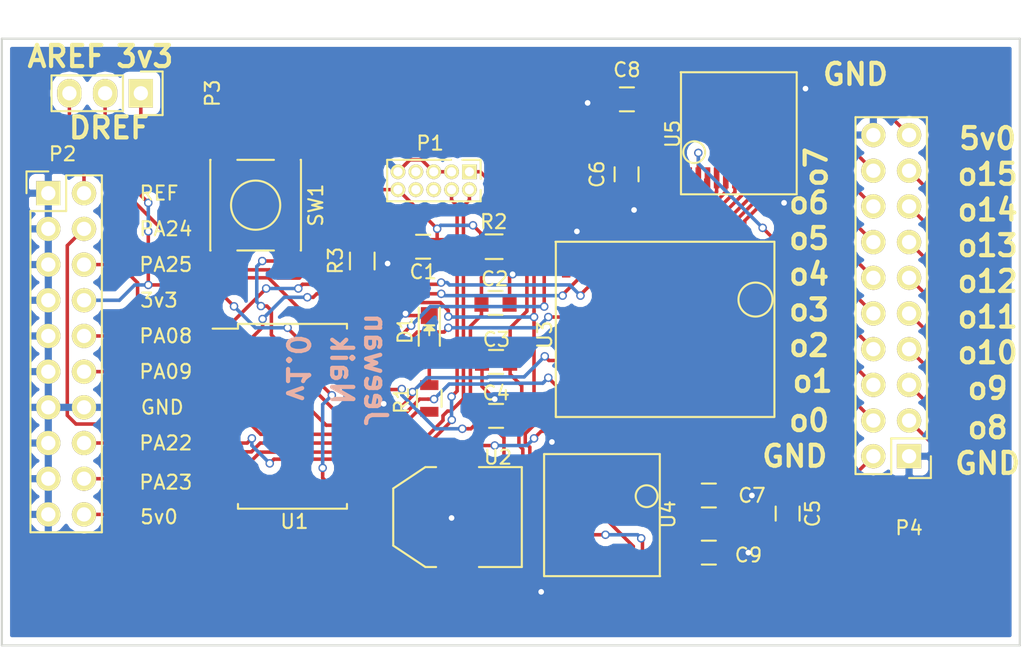
<source format=kicad_pcb>
(kicad_pcb (version 4) (host pcbnew 4.0.1-stable)

  (general
    (links 120)
    (no_connects 0)
    (area 115.287667 106.1908 188.109715 152.7392)
    (thickness 1.6)
    (drawings 39)
    (tracks 631)
    (zones 0)
    (modules 23)
    (nets 57)
  )

  (page A4)
  (layers
    (0 F.Cu signal)
    (31 B.Cu signal)
    (32 B.Adhes user)
    (33 F.Adhes user)
    (34 B.Paste user)
    (35 F.Paste user)
    (36 B.SilkS user)
    (37 F.SilkS user)
    (38 B.Mask user)
    (39 F.Mask user)
    (40 Dwgs.User user)
    (41 Cmts.User user)
    (42 Eco1.User user)
    (43 Eco2.User user)
    (44 Edge.Cuts user)
    (45 Margin user)
    (46 B.CrtYd user)
    (47 F.CrtYd user)
    (48 B.Fab user)
    (49 F.Fab user)
  )

  (setup
    (last_trace_width 0.25)
    (trace_clearance 0.2)
    (zone_clearance 0.508)
    (zone_45_only no)
    (trace_min 0.2)
    (segment_width 0.2)
    (edge_width 0.15)
    (via_size 0.6)
    (via_drill 0.4)
    (via_min_size 0.4)
    (via_min_drill 0.3)
    (uvia_size 0.3)
    (uvia_drill 0.1)
    (uvias_allowed no)
    (uvia_min_size 0.2)
    (uvia_min_drill 0.1)
    (pcb_text_width 0.3)
    (pcb_text_size 1.5 1.5)
    (mod_edge_width 0.15)
    (mod_text_size 1 1)
    (mod_text_width 0.15)
    (pad_size 1.524 1.524)
    (pad_drill 0.762)
    (pad_to_mask_clearance 0.2)
    (aux_axis_origin 0 0)
    (visible_elements FFFFEF7F)
    (pcbplotparams
      (layerselection 0x01008_00000000)
      (usegerberextensions true)
      (excludeedgelayer true)
      (linewidth 0.100000)
      (plotframeref false)
      (viasonmask false)
      (mode 1)
      (useauxorigin false)
      (hpglpennumber 1)
      (hpglpenspeed 20)
      (hpglpendiameter 15)
      (hpglpenoverlay 2)
      (psnegative false)
      (psa4output false)
      (plotreference true)
      (plotvalue true)
      (plotinvisibletext false)
      (padsonsilk false)
      (subtractmaskfromsilk false)
      (outputformat 1)
      (mirror false)
      (drillshape 0)
      (scaleselection 1)
      (outputdirectory ../../../Downloads/StencilFiles/))
  )

  (net 0 "")
  (net 1 GND)
  (net 2 /nReset)
  (net 3 /5v0)
  (net 4 /3v3)
  (net 5 "Net-(D1-Pad2)")
  (net 6 /SWDIO)
  (net 7 /SWCLK)
  (net 8 /PA23-SCL)
  (net 9 /PA22-SDA)
  (net 10 /PA16-ULED1)
  (net 11 /PA09-RX)
  (net 12 /PA08-TX)
  (net 13 "Net-(R3-Pad1)")
  (net 14 /PA25)
  (net 15 /PA24)
  (net 16 /EXTREF)
  (net 17 /PA03-DACREF)
  (net 18 /o8)
  (net 19 /o0)
  (net 20 /o9)
  (net 21 /o1)
  (net 22 /o10)
  (net 23 /o2)
  (net 24 /o11)
  (net 25 /o3)
  (net 26 /o12)
  (net 27 /o4)
  (net 28 /o13)
  (net 29 /o5)
  (net 30 /o14)
  (net 31 /o6)
  (net 32 /o15)
  (net 33 /o7)
  (net 34 /PA05-s0)
  (net 35 /PA06-s1)
  (net 36 /PA07-s2)
  (net 37 /PA14-s3)
  (net 38 /demuxE)
  (net 39 /PA02-DACOUT)
  (net 40 /PA04-!OE)
  (net 41 /i8)
  (net 42 /i9)
  (net 43 /i10)
  (net 44 /i11)
  (net 45 /i12)
  (net 46 /i13)
  (net 47 /i14)
  (net 48 /i15)
  (net 49 /i7)
  (net 50 /i6)
  (net 51 /i5)
  (net 52 /i4)
  (net 53 /i3)
  (net 54 /i2)
  (net 55 /i1)
  (net 56 /i0)

  (net_class Default "This is the default net class."
    (clearance 0.2)
    (trace_width 0.25)
    (via_dia 0.6)
    (via_drill 0.4)
    (uvia_dia 0.3)
    (uvia_drill 0.1)
    (add_net /3v3)
    (add_net /5v0)
    (add_net /EXTREF)
    (add_net /PA02-DACOUT)
    (add_net /PA03-DACREF)
    (add_net /PA04-!OE)
    (add_net /PA05-s0)
    (add_net /PA06-s1)
    (add_net /PA07-s2)
    (add_net /PA08-TX)
    (add_net /PA09-RX)
    (add_net /PA14-s3)
    (add_net /PA16-ULED1)
    (add_net /PA22-SDA)
    (add_net /PA23-SCL)
    (add_net /PA24)
    (add_net /PA25)
    (add_net /SWCLK)
    (add_net /SWDIO)
    (add_net /demuxE)
    (add_net /i0)
    (add_net /i1)
    (add_net /i10)
    (add_net /i11)
    (add_net /i12)
    (add_net /i13)
    (add_net /i14)
    (add_net /i15)
    (add_net /i2)
    (add_net /i3)
    (add_net /i4)
    (add_net /i5)
    (add_net /i6)
    (add_net /i7)
    (add_net /i8)
    (add_net /i9)
    (add_net /nReset)
    (add_net /o0)
    (add_net /o1)
    (add_net /o10)
    (add_net /o11)
    (add_net /o12)
    (add_net /o13)
    (add_net /o14)
    (add_net /o15)
    (add_net /o2)
    (add_net /o3)
    (add_net /o4)
    (add_net /o5)
    (add_net /o6)
    (add_net /o7)
    (add_net /o8)
    (add_net /o9)
    (add_net GND)
    (add_net "Net-(D1-Pad2)")
    (add_net "Net-(R3-Pad1)")
  )

  (module Housings_SOIC:SOIC-20_7.5x12.8mm_Pitch1.27mm (layer F.Cu) (tedit 56A8AB71) (tstamp 56A8A724)
    (at 136.236458 136.09581)
    (descr "20-Lead Plastic Small Outline (SO) - Wide, 7.50 mm Body [SOIC] (see Microchip Packaging Specification 00000049BS.pdf)")
    (tags "SOIC 1.27")
    (path /56A89BE3)
    (attr smd)
    (fp_text reference U1 (at 0.138 7.49) (layer F.SilkS)
      (effects (font (size 1 1) (thickness 0.15)))
    )
    (fp_text value uC_ATSAMD11D14A-SS (at 0 7.5) (layer F.Fab)
      (effects (font (size 1 1) (thickness 0.15)))
    )
    (fp_line (start -5.95 -6.75) (end -5.95 6.75) (layer F.CrtYd) (width 0.05))
    (fp_line (start 5.95 -6.75) (end 5.95 6.75) (layer F.CrtYd) (width 0.05))
    (fp_line (start -5.95 -6.75) (end 5.95 -6.75) (layer F.CrtYd) (width 0.05))
    (fp_line (start -5.95 6.75) (end 5.95 6.75) (layer F.CrtYd) (width 0.05))
    (fp_line (start -3.875 -6.575) (end -3.875 -6.24) (layer F.SilkS) (width 0.15))
    (fp_line (start 3.875 -6.575) (end 3.875 -6.24) (layer F.SilkS) (width 0.15))
    (fp_line (start 3.875 6.575) (end 3.875 6.24) (layer F.SilkS) (width 0.15))
    (fp_line (start -3.875 6.575) (end -3.875 6.24) (layer F.SilkS) (width 0.15))
    (fp_line (start -3.875 -6.575) (end 3.875 -6.575) (layer F.SilkS) (width 0.15))
    (fp_line (start -3.875 6.575) (end 3.875 6.575) (layer F.SilkS) (width 0.15))
    (fp_line (start -3.875 -6.24) (end -5.675 -6.24) (layer F.SilkS) (width 0.15))
    (pad 1 smd rect (at -4.7 -5.715) (size 1.95 0.6) (layers F.Cu F.Paste F.Mask)
      (net 34 /PA05-s0))
    (pad 2 smd rect (at -4.7 -4.445) (size 1.95 0.6) (layers F.Cu F.Paste F.Mask)
      (net 35 /PA06-s1))
    (pad 3 smd rect (at -4.7 -3.175) (size 1.95 0.6) (layers F.Cu F.Paste F.Mask)
      (net 36 /PA07-s2))
    (pad 4 smd rect (at -4.7 -1.905) (size 1.95 0.6) (layers F.Cu F.Paste F.Mask)
      (net 12 /PA08-TX))
    (pad 5 smd rect (at -4.7 -0.635) (size 1.95 0.6) (layers F.Cu F.Paste F.Mask)
      (net 11 /PA09-RX))
    (pad 6 smd rect (at -4.7 0.635) (size 1.95 0.6) (layers F.Cu F.Paste F.Mask)
      (net 37 /PA14-s3))
    (pad 7 smd rect (at -4.7 1.905) (size 1.95 0.6) (layers F.Cu F.Paste F.Mask)
      (net 38 /demuxE))
    (pad 8 smd rect (at -4.7 3.175) (size 1.95 0.6) (layers F.Cu F.Paste F.Mask)
      (net 10 /PA16-ULED1))
    (pad 9 smd rect (at -4.7 4.445) (size 1.95 0.6) (layers F.Cu F.Paste F.Mask)
      (net 9 /PA22-SDA))
    (pad 10 smd rect (at -4.7 5.715) (size 1.95 0.6) (layers F.Cu F.Paste F.Mask)
      (net 8 /PA23-SCL))
    (pad 11 smd rect (at 4.7 5.715) (size 1.95 0.6) (layers F.Cu F.Paste F.Mask)
      (net 2 /nReset))
    (pad 12 smd rect (at 4.7 4.445) (size 1.95 0.6) (layers F.Cu F.Paste F.Mask)
      (net 7 /SWCLK))
    (pad 13 smd rect (at 4.7 3.175) (size 1.95 0.6) (layers F.Cu F.Paste F.Mask)
      (net 6 /SWDIO))
    (pad 14 smd rect (at 4.7 1.905) (size 1.95 0.6) (layers F.Cu F.Paste F.Mask)
      (net 15 /PA24))
    (pad 15 smd rect (at 4.7 0.635) (size 1.95 0.6) (layers F.Cu F.Paste F.Mask)
      (net 14 /PA25))
    (pad 16 smd rect (at 4.7 -0.635) (size 1.95 0.6) (layers F.Cu F.Paste F.Mask)
      (net 1 GND))
    (pad 17 smd rect (at 4.7 -1.905) (size 1.95 0.6) (layers F.Cu F.Paste F.Mask)
      (net 4 /3v3))
    (pad 18 smd rect (at 4.7 -3.175) (size 1.95 0.6) (layers F.Cu F.Paste F.Mask)
      (net 39 /PA02-DACOUT))
    (pad 19 smd rect (at 4.7 -4.445) (size 1.95 0.6) (layers F.Cu F.Paste F.Mask)
      (net 17 /PA03-DACREF))
    (pad 20 smd rect (at 4.7 -5.715) (size 1.95 0.6) (layers F.Cu F.Paste F.Mask)
      (net 40 /PA04-!OE))
    (model Housings_SOIC.3dshapes/SOIC-20_7.5x12.8mm_Pitch1.27mm.wrl
      (at (xyz 0 0 0))
      (scale (xyz 1 1 1))
      (rotate (xyz 0 0 0))
    )
  )

  (module Capacitors_SMD:C_0805 (layer F.Cu) (tedit 578864FF) (tstamp 56A8A688)
    (at 145.526458 124.02581 180)
    (descr "Capacitor SMD 0805, reflow soldering, AVX (see smccp.pdf)")
    (tags "capacitor 0805")
    (path /56A89F6B)
    (attr smd)
    (fp_text reference C1 (at -0.01 -1.79 180) (layer F.SilkS)
      (effects (font (size 1 1) (thickness 0.15)))
    )
    (fp_text value C (at 0 2.1 180) (layer F.Fab)
      (effects (font (size 1 1) (thickness 0.15)))
    )
    (fp_line (start -1.8 -1) (end 1.8 -1) (layer F.CrtYd) (width 0.05))
    (fp_line (start -1.8 1) (end 1.8 1) (layer F.CrtYd) (width 0.05))
    (fp_line (start -1.8 -1) (end -1.8 1) (layer F.CrtYd) (width 0.05))
    (fp_line (start 1.8 -1) (end 1.8 1) (layer F.CrtYd) (width 0.05))
    (fp_line (start 0.5 -0.85) (end -0.5 -0.85) (layer F.SilkS) (width 0.15))
    (fp_line (start -0.5 0.85) (end 0.5 0.85) (layer F.SilkS) (width 0.15))
    (pad 1 smd rect (at -1 0 180) (size 1 1.25) (layers F.Cu F.Paste F.Mask)
      (net 2 /nReset))
    (pad 2 smd rect (at 1 0 180) (size 1 1.25) (layers F.Cu F.Paste F.Mask)
      (net 1 GND))
    (model Capacitors_SMD.3dshapes/C_0805.wrl
      (at (xyz 0 0 0))
      (scale (xyz 1 1 1))
      (rotate (xyz 0 0 0))
    )
  )

  (module Capacitors_SMD:C_0805 (layer F.Cu) (tedit 57282869) (tstamp 56A8A68E)
    (at 150.676458 128.02581 180)
    (descr "Capacitor SMD 0805, reflow soldering, AVX (see smccp.pdf)")
    (tags "capacitor 0805")
    (path /56A89DB0)
    (attr smd)
    (fp_text reference C2 (at 0.05724 1.712 180) (layer F.SilkS)
      (effects (font (size 1 1) (thickness 0.15)))
    )
    (fp_text value 0.1µF (at 1.27 1.905 180) (layer F.Fab)
      (effects (font (size 1 1) (thickness 0.15)))
    )
    (fp_line (start -1.8 -1) (end 1.8 -1) (layer F.CrtYd) (width 0.05))
    (fp_line (start -1.8 1) (end 1.8 1) (layer F.CrtYd) (width 0.05))
    (fp_line (start -1.8 -1) (end -1.8 1) (layer F.CrtYd) (width 0.05))
    (fp_line (start 1.8 -1) (end 1.8 1) (layer F.CrtYd) (width 0.05))
    (fp_line (start 0.5 -0.85) (end -0.5 -0.85) (layer F.SilkS) (width 0.15))
    (fp_line (start -0.5 0.85) (end 0.5 0.85) (layer F.SilkS) (width 0.15))
    (pad 1 smd rect (at -1 0 180) (size 1 1.25) (layers F.Cu F.Paste F.Mask)
      (net 1 GND))
    (pad 2 smd rect (at 1 0 180) (size 1 1.25) (layers F.Cu F.Paste F.Mask)
      (net 4 /3v3))
    (model Capacitors_SMD.3dshapes/C_0805.wrl
      (at (xyz 0 0 0))
      (scale (xyz 1 1 1))
      (rotate (xyz 0 0 0))
    )
  )

  (module Capacitors_SMD:C_0805 (layer F.Cu) (tedit 5728286D) (tstamp 56A8A694)
    (at 150.716458 132.22581 180)
    (descr "Capacitor SMD 0805, reflow soldering, AVX (see smccp.pdf)")
    (tags "capacitor 0805")
    (path /56A8BC03)
    (attr smd)
    (fp_text reference C3 (at -0.025 1.594 180) (layer F.SilkS)
      (effects (font (size 1 1) (thickness 0.15)))
    )
    (fp_text value 10µF (at 0 2.1 180) (layer F.Fab)
      (effects (font (size 1 1) (thickness 0.15)))
    )
    (fp_line (start -1.8 -1) (end 1.8 -1) (layer F.CrtYd) (width 0.05))
    (fp_line (start -1.8 1) (end 1.8 1) (layer F.CrtYd) (width 0.05))
    (fp_line (start -1.8 -1) (end -1.8 1) (layer F.CrtYd) (width 0.05))
    (fp_line (start 1.8 -1) (end 1.8 1) (layer F.CrtYd) (width 0.05))
    (fp_line (start 0.5 -0.85) (end -0.5 -0.85) (layer F.SilkS) (width 0.15))
    (fp_line (start -0.5 0.85) (end 0.5 0.85) (layer F.SilkS) (width 0.15))
    (pad 1 smd rect (at -1 0 180) (size 1 1.25) (layers F.Cu F.Paste F.Mask)
      (net 3 /5v0))
    (pad 2 smd rect (at 1 0 180) (size 1 1.25) (layers F.Cu F.Paste F.Mask)
      (net 1 GND))
    (model Capacitors_SMD.3dshapes/C_0805.wrl
      (at (xyz 0 0 0))
      (scale (xyz 1 1 1))
      (rotate (xyz 0 0 0))
    )
  )

  (module Capacitors_SMD:C_0805 (layer F.Cu) (tedit 57282874) (tstamp 56A8A69A)
    (at 150.716458 136.06581)
    (descr "Capacitor SMD 0805, reflow soldering, AVX (see smccp.pdf)")
    (tags "capacitor 0805")
    (path /56A8BC5E)
    (attr smd)
    (fp_text reference C4 (at 0 -1.624) (layer F.SilkS)
      (effects (font (size 1 1) (thickness 0.15)))
    )
    (fp_text value 10µF (at 0 2.1) (layer F.Fab)
      (effects (font (size 1 1) (thickness 0.15)))
    )
    (fp_line (start -1.8 -1) (end 1.8 -1) (layer F.CrtYd) (width 0.05))
    (fp_line (start -1.8 1) (end 1.8 1) (layer F.CrtYd) (width 0.05))
    (fp_line (start -1.8 -1) (end -1.8 1) (layer F.CrtYd) (width 0.05))
    (fp_line (start 1.8 -1) (end 1.8 1) (layer F.CrtYd) (width 0.05))
    (fp_line (start 0.5 -0.85) (end -0.5 -0.85) (layer F.SilkS) (width 0.15))
    (fp_line (start -0.5 0.85) (end 0.5 0.85) (layer F.SilkS) (width 0.15))
    (pad 1 smd rect (at -1 0) (size 1 1.25) (layers F.Cu F.Paste F.Mask)
      (net 4 /3v3))
    (pad 2 smd rect (at 1 0) (size 1 1.25) (layers F.Cu F.Paste F.Mask)
      (net 1 GND))
    (model Capacitors_SMD.3dshapes/C_0805.wrl
      (at (xyz 0 0 0))
      (scale (xyz 1 1 1))
      (rotate (xyz 0 0 0))
    )
  )

  (module LEDs:LED_0805 (layer F.Cu) (tedit 56A8BC4F) (tstamp 56A8A6A6)
    (at 145.966458 129.97483 270)
    (descr "LED 0805 smd package")
    (tags "LED 0805 SMD")
    (path /56A8A446)
    (attr smd)
    (fp_text reference D1 (at 0 1.718 270) (layer F.SilkS)
      (effects (font (size 1 1) (thickness 0.15)))
    )
    (fp_text value ULED1 (at 0 1.75 270) (layer F.Fab)
      (effects (font (size 1 1) (thickness 0.15)))
    )
    (fp_line (start -1.6 0.75) (end 1.1 0.75) (layer F.SilkS) (width 0.15))
    (fp_line (start -1.6 -0.75) (end 1.1 -0.75) (layer F.SilkS) (width 0.15))
    (fp_line (start -0.1 0.15) (end -0.1 -0.1) (layer F.SilkS) (width 0.15))
    (fp_line (start -0.1 -0.1) (end -0.25 0.05) (layer F.SilkS) (width 0.15))
    (fp_line (start -0.35 -0.35) (end -0.35 0.35) (layer F.SilkS) (width 0.15))
    (fp_line (start 0 0) (end 0.35 0) (layer F.SilkS) (width 0.15))
    (fp_line (start -0.35 0) (end 0 -0.35) (layer F.SilkS) (width 0.15))
    (fp_line (start 0 -0.35) (end 0 0.35) (layer F.SilkS) (width 0.15))
    (fp_line (start 0 0.35) (end -0.35 0) (layer F.SilkS) (width 0.15))
    (fp_line (start 1.9 -0.95) (end 1.9 0.95) (layer F.CrtYd) (width 0.05))
    (fp_line (start 1.9 0.95) (end -1.9 0.95) (layer F.CrtYd) (width 0.05))
    (fp_line (start -1.9 0.95) (end -1.9 -0.95) (layer F.CrtYd) (width 0.05))
    (fp_line (start -1.9 -0.95) (end 1.9 -0.95) (layer F.CrtYd) (width 0.05))
    (pad 2 smd rect (at 1.04902 0 90) (size 1.19888 1.19888) (layers F.Cu F.Paste F.Mask)
      (net 5 "Net-(D1-Pad2)"))
    (pad 1 smd rect (at -1.04902 0 90) (size 1.19888 1.19888) (layers F.Cu F.Paste F.Mask)
      (net 1 GND))
    (model LEDs.3dshapes/LED_0805.wrl
      (at (xyz 0 0 0))
      (scale (xyz 1 1 1))
      (rotate (xyz 0 0 0))
    )
  )

  (module Resistors_SMD:R_0805 (layer F.Cu) (tedit 5788644F) (tstamp 56A8A6E4)
    (at 145.966458 134.82581 270)
    (descr "Resistor SMD 0805, reflow soldering, Vishay (see dcrcw.pdf)")
    (tags "resistor 0805")
    (path /56A8A348)
    (attr smd)
    (fp_text reference R1 (at 0.124 1.972 270) (layer F.SilkS)
      (effects (font (size 1 1) (thickness 0.15)))
    )
    (fp_text value R (at 0 2.1 270) (layer F.Fab)
      (effects (font (size 1 1) (thickness 0.15)))
    )
    (fp_line (start -1.6 -1) (end 1.6 -1) (layer F.CrtYd) (width 0.05))
    (fp_line (start -1.6 1) (end 1.6 1) (layer F.CrtYd) (width 0.05))
    (fp_line (start -1.6 -1) (end -1.6 1) (layer F.CrtYd) (width 0.05))
    (fp_line (start 1.6 -1) (end 1.6 1) (layer F.CrtYd) (width 0.05))
    (fp_line (start 0.6 0.875) (end -0.6 0.875) (layer F.SilkS) (width 0.15))
    (fp_line (start -0.6 -0.875) (end 0.6 -0.875) (layer F.SilkS) (width 0.15))
    (pad 1 smd rect (at -0.95 0 270) (size 0.7 1.3) (layers F.Cu F.Paste F.Mask)
      (net 5 "Net-(D1-Pad2)"))
    (pad 2 smd rect (at 0.95 0 270) (size 0.7 1.3) (layers F.Cu F.Paste F.Mask)
      (net 10 /PA16-ULED1))
    (model Resistors_SMD.3dshapes/R_0805.wrl
      (at (xyz 0 0 0))
      (scale (xyz 1 1 1))
      (rotate (xyz 0 0 0))
    )
  )

  (module Resistors_SMD:R_0805 (layer F.Cu) (tedit 57886531) (tstamp 56A8A6EA)
    (at 150.576458 124.02581 180)
    (descr "Resistor SMD 0805, reflow soldering, Vishay (see dcrcw.pdf)")
    (tags "resistor 0805")
    (path /56A89CB1)
    (attr smd)
    (fp_text reference R2 (at 0.03 1.776 180) (layer F.SilkS)
      (effects (font (size 1 1) (thickness 0.15)))
    )
    (fp_text value R (at 0 2.1 180) (layer F.Fab)
      (effects (font (size 1 1) (thickness 0.15)))
    )
    (fp_line (start -1.6 -1) (end 1.6 -1) (layer F.CrtYd) (width 0.05))
    (fp_line (start -1.6 1) (end 1.6 1) (layer F.CrtYd) (width 0.05))
    (fp_line (start -1.6 -1) (end -1.6 1) (layer F.CrtYd) (width 0.05))
    (fp_line (start 1.6 -1) (end 1.6 1) (layer F.CrtYd) (width 0.05))
    (fp_line (start 0.6 0.875) (end -0.6 0.875) (layer F.SilkS) (width 0.15))
    (fp_line (start -0.6 -0.875) (end 0.6 -0.875) (layer F.SilkS) (width 0.15))
    (pad 1 smd rect (at -0.95 0 180) (size 0.7 1.3) (layers F.Cu F.Paste F.Mask)
      (net 4 /3v3))
    (pad 2 smd rect (at 0.95 0 180) (size 0.7 1.3) (layers F.Cu F.Paste F.Mask)
      (net 2 /nReset))
    (model Resistors_SMD.3dshapes/R_0805.wrl
      (at (xyz 0 0 0))
      (scale (xyz 1 1 1))
      (rotate (xyz 0 0 0))
    )
  )

  (module Resistors_SMD:R_0805 (layer F.Cu) (tedit 5788651F) (tstamp 56A8A6F0)
    (at 141.200458 125.04381 270)
    (descr "Resistor SMD 0805, reflow soldering, Vishay (see dcrcw.pdf)")
    (tags "resistor 0805")
    (path /56A8A143)
    (attr smd)
    (fp_text reference R3 (at -0.02388 1.90056 270) (layer F.SilkS)
      (effects (font (size 1 1) (thickness 0.15)))
    )
    (fp_text value R (at 0.45112 2.00056 270) (layer F.Fab)
      (effects (font (size 1 1) (thickness 0.15)))
    )
    (fp_line (start -1.6 -1) (end 1.6 -1) (layer F.CrtYd) (width 0.05))
    (fp_line (start -1.6 1) (end 1.6 1) (layer F.CrtYd) (width 0.05))
    (fp_line (start -1.6 -1) (end -1.6 1) (layer F.CrtYd) (width 0.05))
    (fp_line (start 1.6 -1) (end 1.6 1) (layer F.CrtYd) (width 0.05))
    (fp_line (start 0.6 0.875) (end -0.6 0.875) (layer F.SilkS) (width 0.15))
    (fp_line (start -0.6 -0.875) (end 0.6 -0.875) (layer F.SilkS) (width 0.15))
    (pad 1 smd rect (at -0.95 0 270) (size 0.7 1.3) (layers F.Cu F.Paste F.Mask)
      (net 13 "Net-(R3-Pad1)"))
    (pad 2 smd rect (at 0.95 0 270) (size 0.7 1.3) (layers F.Cu F.Paste F.Mask)
      (net 1 GND))
    (model Resistors_SMD.3dshapes/R_0805.wrl
      (at (xyz 0 0 0))
      (scale (xyz 1 1 1))
      (rotate (xyz 0 0 0))
    )
  )

  (module TO_SOT_Packages_SMD:SOT-223 (layer F.Cu) (tedit 572828A7) (tstamp 56A8A72C)
    (at 147.974458 143.26581 90)
    (descr "module CMS SOT223 4 pins")
    (tags "CMS SOT")
    (path /56A89B80)
    (attr smd)
    (fp_text reference U2 (at 4.252 2.878 360) (layer F.SilkS)
      (effects (font (size 1 1) (thickness 0.15)))
    )
    (fp_text value LDO-TL1963-SOT223 (at 0 0.762 90) (layer F.Fab)
      (effects (font (size 1 1) (thickness 0.15)))
    )
    (fp_line (start -3.556 1.524) (end -3.556 4.572) (layer F.SilkS) (width 0.15))
    (fp_line (start -3.556 4.572) (end 3.556 4.572) (layer F.SilkS) (width 0.15))
    (fp_line (start 3.556 4.572) (end 3.556 1.524) (layer F.SilkS) (width 0.15))
    (fp_line (start -3.556 -1.524) (end -3.556 -2.286) (layer F.SilkS) (width 0.15))
    (fp_line (start -3.556 -2.286) (end -2.032 -4.572) (layer F.SilkS) (width 0.15))
    (fp_line (start -2.032 -4.572) (end 2.032 -4.572) (layer F.SilkS) (width 0.15))
    (fp_line (start 2.032 -4.572) (end 3.556 -2.286) (layer F.SilkS) (width 0.15))
    (fp_line (start 3.556 -2.286) (end 3.556 -1.524) (layer F.SilkS) (width 0.15))
    (pad 4 smd rect (at 0 -3.302 90) (size 3.6576 2.032) (layers F.Cu F.Paste F.Mask)
      (net 1 GND))
    (pad 2 smd rect (at 0 3.302 90) (size 1.016 2.032) (layers F.Cu F.Paste F.Mask)
      (net 1 GND))
    (pad 3 smd rect (at 2.286 3.302 90) (size 1.016 2.032) (layers F.Cu F.Paste F.Mask)
      (net 4 /3v3))
    (pad 1 smd rect (at -2.286 3.302 90) (size 1.016 2.032) (layers F.Cu F.Paste F.Mask)
      (net 3 /5v0))
    (model TO_SOT_Packages_SMD.3dshapes/SOT-223.wrl
      (at (xyz 0 0 0))
      (scale (xyz 0.4 0.4 0.4))
      (rotate (xyz 0 0 0))
    )
  )

  (module Pin_Headers:Pin_Header_Straight_2x05_Pitch1.27mm (layer F.Cu) (tedit 555DD4BF) (tstamp 56AA00E4)
    (at 148.820458 118.69381 270)
    (descr "Through hole pin header, pitch 1.27mm")
    (tags "pin header")
    (path /56A8A199)
    (fp_text reference P1 (at -2.032 2.794 360) (layer F.SilkS)
      (effects (font (size 1 1) (thickness 0.15)))
    )
    (fp_text value JTAG (at 0 6.9 270) (layer F.Fab)
      (effects (font (size 1 1) (thickness 0.15)))
    )
    (fp_line (start 2.1 -0.8) (end 1.3 -0.8) (layer F.SilkS) (width 0.15))
    (fp_line (start 2.1 5.85) (end 2.1 -0.8) (layer F.SilkS) (width 0.15))
    (fp_line (start 2.1 5.85) (end -0.85 5.85) (layer F.SilkS) (width 0.15))
    (fp_line (start -1.1 -1.05) (end -1.1 6.1) (layer F.CrtYd) (width 0.05))
    (fp_line (start 2.35 -1.05) (end 2.35 6.1) (layer F.CrtYd) (width 0.05))
    (fp_line (start -1.1 -1.05) (end 2.35 -1.05) (layer F.CrtYd) (width 0.05))
    (fp_line (start -1.1 6.1) (end 2.35 6.1) (layer F.CrtYd) (width 0.05))
    (fp_line (start -0.85 5.85) (end -0.85 1.3) (layer F.SilkS) (width 0.15))
    (fp_line (start 0.5 -0.8) (end -0.85 -0.8) (layer F.SilkS) (width 0.15))
    (fp_line (start -0.85 -0.8) (end -0.85 0.5) (layer F.SilkS) (width 0.15))
    (pad 1 thru_hole rect (at 0 0 270) (size 1.05 1.05) (drill 0.65) (layers *.Cu *.Mask F.SilkS)
      (net 4 /3v3))
    (pad 3 thru_hole circle (at 0 1.27 270) (size 1.05 1.05) (drill 0.65) (layers *.Cu *.Mask F.SilkS)
      (net 1 GND))
    (pad 5 thru_hole circle (at 0 2.54 270) (size 1.05 1.05) (drill 0.65) (layers *.Cu *.Mask F.SilkS)
      (net 1 GND))
    (pad 7 thru_hole circle (at 0 3.81 270) (size 1.05 1.05) (drill 0.65) (layers *.Cu *.Mask F.SilkS))
    (pad 9 thru_hole circle (at 0 5.08 270) (size 1.05 1.05) (drill 0.65) (layers *.Cu *.Mask F.SilkS)
      (net 1 GND))
    (pad 4 thru_hole circle (at 1.27 1.27 270) (size 1.05 1.05) (drill 0.65) (layers *.Cu *.Mask F.SilkS)
      (net 7 /SWCLK))
    (pad 6 thru_hole circle (at 1.27 2.54 270) (size 1.05 1.05) (drill 0.65) (layers *.Cu *.Mask F.SilkS))
    (pad 8 thru_hole circle (at 1.27 3.81 270) (size 1.05 1.05) (drill 0.65) (layers *.Cu *.Mask F.SilkS))
    (pad 10 thru_hole circle (at 1.27 5.08 270) (size 1.05 1.05) (drill 0.65) (layers *.Cu *.Mask F.SilkS)
      (net 2 /nReset))
    (pad 2 thru_hole circle (at 1.27 0 270) (size 1.05 1.05) (drill 0.65) (layers *.Cu *.Mask F.SilkS)
      (net 6 /SWDIO))
  )

  (module Buttons_Switches_SMD:SW_SPST_PTS645 (layer F.Cu) (tedit 56E05A10) (tstamp 57281C13)
    (at 133.616458 121.06881 270)
    (descr "C&K Components SPST SMD PTS645 Series 6mm Tact Switch")
    (tags "SPST Button Switch")
    (path /56A8A08B)
    (attr smd)
    (fp_text reference SW1 (at 0 -4.282 270) (layer F.SilkS)
      (effects (font (size 1 1) (thickness 0.15)))
    )
    (fp_text value Reset (at 0 4.15 270) (layer F.Fab)
      (effects (font (size 1 1) (thickness 0.15)))
    )
    (fp_circle (center 0 0) (end 1.75 -0.05) (layer F.SilkS) (width 0.15))
    (fp_line (start 5.05 3.4) (end 5.05 -3.4) (layer F.CrtYd) (width 0.05))
    (fp_line (start -5.05 -3.4) (end -5.05 3.4) (layer F.CrtYd) (width 0.05))
    (fp_line (start -5.05 3.4) (end 5.05 3.4) (layer F.CrtYd) (width 0.05))
    (fp_line (start -5.05 -3.4) (end 5.05 -3.4) (layer F.CrtYd) (width 0.05))
    (fp_line (start 3.225 -3.225) (end 3.225 -3.2) (layer F.SilkS) (width 0.15))
    (fp_line (start 3.225 3.225) (end 3.225 3.2) (layer F.SilkS) (width 0.15))
    (fp_line (start -3.225 3.225) (end -3.225 3.2) (layer F.SilkS) (width 0.15))
    (fp_line (start -3.225 -3.2) (end -3.225 -3.225) (layer F.SilkS) (width 0.15))
    (fp_line (start 3.225 -1.3) (end 3.225 1.3) (layer F.SilkS) (width 0.15))
    (fp_line (start -3.225 -3.225) (end 3.225 -3.225) (layer F.SilkS) (width 0.15))
    (fp_line (start -3.225 -1.3) (end -3.225 1.3) (layer F.SilkS) (width 0.15))
    (fp_line (start -3.225 3.225) (end 3.225 3.225) (layer F.SilkS) (width 0.15))
    (pad 2 smd rect (at -3.975 2.25 270) (size 1.55 1.3) (layers F.Cu F.Paste F.Mask)
      (net 13 "Net-(R3-Pad1)"))
    (pad 1 smd rect (at -3.975 -2.25 270) (size 1.55 1.3) (layers F.Cu F.Paste F.Mask)
      (net 2 /nReset))
    (pad 1 smd rect (at 3.975 -2.25 270) (size 1.55 1.3) (layers F.Cu F.Paste F.Mask)
      (net 2 /nReset))
    (pad 2 smd rect (at 3.975 2.25 270) (size 1.55 1.3) (layers F.Cu F.Paste F.Mask)
      (net 13 "Net-(R3-Pad1)"))
  )

  (module Pin_Headers:Pin_Header_Straight_2x10 (layer F.Cu) (tedit 0) (tstamp 5773672C)
    (at 118.872 120.21781)
    (descr "Through hole pin header")
    (tags "pin header")
    (path /5773A1D1)
    (fp_text reference P2 (at 1.016 -2.794) (layer F.SilkS)
      (effects (font (size 1 1) (thickness 0.15)))
    )
    (fp_text value CONN_02X10 (at 1.524 25.908) (layer F.Fab)
      (effects (font (size 1 1) (thickness 0.15)))
    )
    (fp_line (start -1.75 -1.75) (end -1.75 24.65) (layer F.CrtYd) (width 0.05))
    (fp_line (start 4.3 -1.75) (end 4.3 24.65) (layer F.CrtYd) (width 0.05))
    (fp_line (start -1.75 -1.75) (end 4.3 -1.75) (layer F.CrtYd) (width 0.05))
    (fp_line (start -1.75 24.65) (end 4.3 24.65) (layer F.CrtYd) (width 0.05))
    (fp_line (start 3.81 24.13) (end 3.81 -1.27) (layer F.SilkS) (width 0.15))
    (fp_line (start -1.27 1.27) (end -1.27 24.13) (layer F.SilkS) (width 0.15))
    (fp_line (start 3.81 24.13) (end -1.27 24.13) (layer F.SilkS) (width 0.15))
    (fp_line (start 3.81 -1.27) (end 1.27 -1.27) (layer F.SilkS) (width 0.15))
    (fp_line (start 0 -1.55) (end -1.55 -1.55) (layer F.SilkS) (width 0.15))
    (fp_line (start 1.27 -1.27) (end 1.27 1.27) (layer F.SilkS) (width 0.15))
    (fp_line (start 1.27 1.27) (end -1.27 1.27) (layer F.SilkS) (width 0.15))
    (fp_line (start -1.55 -1.55) (end -1.55 0) (layer F.SilkS) (width 0.15))
    (pad 1 thru_hole rect (at 0 0) (size 1.7272 1.7272) (drill 1.016) (layers *.Cu *.Mask F.SilkS)
      (net 1 GND))
    (pad 2 thru_hole oval (at 2.54 0) (size 1.7272 1.7272) (drill 1.016) (layers *.Cu *.Mask F.SilkS)
      (net 16 /EXTREF))
    (pad 3 thru_hole oval (at 0 2.54) (size 1.7272 1.7272) (drill 1.016) (layers *.Cu *.Mask F.SilkS)
      (net 1 GND))
    (pad 4 thru_hole oval (at 2.54 2.54) (size 1.7272 1.7272) (drill 1.016) (layers *.Cu *.Mask F.SilkS)
      (net 15 /PA24))
    (pad 5 thru_hole oval (at 0 5.08) (size 1.7272 1.7272) (drill 1.016) (layers *.Cu *.Mask F.SilkS)
      (net 1 GND))
    (pad 6 thru_hole oval (at 2.54 5.08) (size 1.7272 1.7272) (drill 1.016) (layers *.Cu *.Mask F.SilkS)
      (net 14 /PA25))
    (pad 7 thru_hole oval (at 0 7.62) (size 1.7272 1.7272) (drill 1.016) (layers *.Cu *.Mask F.SilkS)
      (net 1 GND))
    (pad 8 thru_hole oval (at 2.54 7.62) (size 1.7272 1.7272) (drill 1.016) (layers *.Cu *.Mask F.SilkS)
      (net 4 /3v3))
    (pad 9 thru_hole oval (at 0 10.16) (size 1.7272 1.7272) (drill 1.016) (layers *.Cu *.Mask F.SilkS)
      (net 1 GND))
    (pad 10 thru_hole oval (at 2.54 10.16) (size 1.7272 1.7272) (drill 1.016) (layers *.Cu *.Mask F.SilkS)
      (net 12 /PA08-TX))
    (pad 11 thru_hole oval (at 0 12.7) (size 1.7272 1.7272) (drill 1.016) (layers *.Cu *.Mask F.SilkS)
      (net 1 GND))
    (pad 12 thru_hole oval (at 2.54 12.7) (size 1.7272 1.7272) (drill 1.016) (layers *.Cu *.Mask F.SilkS)
      (net 11 /PA09-RX))
    (pad 13 thru_hole oval (at 0 15.24) (size 1.7272 1.7272) (drill 1.016) (layers *.Cu *.Mask F.SilkS)
      (net 1 GND))
    (pad 14 thru_hole oval (at 2.54 15.24) (size 1.7272 1.7272) (drill 1.016) (layers *.Cu *.Mask F.SilkS)
      (net 1 GND))
    (pad 15 thru_hole oval (at 0 17.78) (size 1.7272 1.7272) (drill 1.016) (layers *.Cu *.Mask F.SilkS)
      (net 1 GND))
    (pad 16 thru_hole oval (at 2.54 17.78) (size 1.7272 1.7272) (drill 1.016) (layers *.Cu *.Mask F.SilkS)
      (net 9 /PA22-SDA))
    (pad 17 thru_hole oval (at 0 20.32) (size 1.7272 1.7272) (drill 1.016) (layers *.Cu *.Mask F.SilkS)
      (net 1 GND))
    (pad 18 thru_hole oval (at 2.54 20.32) (size 1.7272 1.7272) (drill 1.016) (layers *.Cu *.Mask F.SilkS)
      (net 8 /PA23-SCL))
    (pad 19 thru_hole oval (at 0 22.86) (size 1.7272 1.7272) (drill 1.016) (layers *.Cu *.Mask F.SilkS)
      (net 1 GND))
    (pad 20 thru_hole oval (at 2.54 22.86) (size 1.7272 1.7272) (drill 1.016) (layers *.Cu *.Mask F.SilkS)
      (net 3 /5v0))
    (model Pin_Headers.3dshapes/Pin_Header_Straight_2x10.wrl
      (at (xyz 0.05 -0.45 0))
      (scale (xyz 1 1 1))
      (rotate (xyz 0 0 90))
    )
  )

  (module Pin_Headers:Pin_Header_Straight_1x03 (layer F.Cu) (tedit 0) (tstamp 578AFB60)
    (at 125.452458 113.10581 270)
    (descr "Through hole pin header")
    (tags "pin header")
    (path /578AE834)
    (fp_text reference P3 (at 0 -5.1 270) (layer F.SilkS)
      (effects (font (size 1 1) (thickness 0.15)))
    )
    (fp_text value CONN_01X03 (at 0 -3.1 270) (layer F.Fab)
      (effects (font (size 1 1) (thickness 0.15)))
    )
    (fp_line (start -1.75 -1.75) (end -1.75 6.85) (layer F.CrtYd) (width 0.05))
    (fp_line (start 1.75 -1.75) (end 1.75 6.85) (layer F.CrtYd) (width 0.05))
    (fp_line (start -1.75 -1.75) (end 1.75 -1.75) (layer F.CrtYd) (width 0.05))
    (fp_line (start -1.75 6.85) (end 1.75 6.85) (layer F.CrtYd) (width 0.05))
    (fp_line (start -1.27 1.27) (end -1.27 6.35) (layer F.SilkS) (width 0.15))
    (fp_line (start -1.27 6.35) (end 1.27 6.35) (layer F.SilkS) (width 0.15))
    (fp_line (start 1.27 6.35) (end 1.27 1.27) (layer F.SilkS) (width 0.15))
    (fp_line (start 1.55 -1.55) (end 1.55 0) (layer F.SilkS) (width 0.15))
    (fp_line (start 1.27 1.27) (end -1.27 1.27) (layer F.SilkS) (width 0.15))
    (fp_line (start -1.55 0) (end -1.55 -1.55) (layer F.SilkS) (width 0.15))
    (fp_line (start -1.55 -1.55) (end 1.55 -1.55) (layer F.SilkS) (width 0.15))
    (pad 1 thru_hole rect (at 0 0 270) (size 2.032 1.7272) (drill 1.016) (layers *.Cu *.Mask F.SilkS)
      (net 4 /3v3))
    (pad 2 thru_hole oval (at 0 2.54 270) (size 2.032 1.7272) (drill 1.016) (layers *.Cu *.Mask F.SilkS)
      (net 17 /PA03-DACREF))
    (pad 3 thru_hole oval (at 0 5.08 270) (size 2.032 1.7272) (drill 1.016) (layers *.Cu *.Mask F.SilkS)
      (net 16 /EXTREF))
    (model Pin_Headers.3dshapes/Pin_Header_Straight_1x03.wrl
      (at (xyz 0 -0.1 0))
      (scale (xyz 1 1 1))
      (rotate (xyz 0 0 90))
    )
  )

  (module Pin_Headers:Pin_Header_Straight_2x10 (layer F.Cu) (tedit 0) (tstamp 578AFB78)
    (at 180.086 138.938 180)
    (descr "Through hole pin header")
    (tags "pin header")
    (path /578B1F7F)
    (fp_text reference P4 (at 0 -5.1 180) (layer F.SilkS)
      (effects (font (size 1 1) (thickness 0.15)))
    )
    (fp_text value CONN_02X10 (at 0 -3.1 180) (layer F.Fab)
      (effects (font (size 1 1) (thickness 0.15)))
    )
    (fp_line (start -1.75 -1.75) (end -1.75 24.65) (layer F.CrtYd) (width 0.05))
    (fp_line (start 4.3 -1.75) (end 4.3 24.65) (layer F.CrtYd) (width 0.05))
    (fp_line (start -1.75 -1.75) (end 4.3 -1.75) (layer F.CrtYd) (width 0.05))
    (fp_line (start -1.75 24.65) (end 4.3 24.65) (layer F.CrtYd) (width 0.05))
    (fp_line (start 3.81 24.13) (end 3.81 -1.27) (layer F.SilkS) (width 0.15))
    (fp_line (start -1.27 1.27) (end -1.27 24.13) (layer F.SilkS) (width 0.15))
    (fp_line (start 3.81 24.13) (end -1.27 24.13) (layer F.SilkS) (width 0.15))
    (fp_line (start 3.81 -1.27) (end 1.27 -1.27) (layer F.SilkS) (width 0.15))
    (fp_line (start 0 -1.55) (end -1.55 -1.55) (layer F.SilkS) (width 0.15))
    (fp_line (start 1.27 -1.27) (end 1.27 1.27) (layer F.SilkS) (width 0.15))
    (fp_line (start 1.27 1.27) (end -1.27 1.27) (layer F.SilkS) (width 0.15))
    (fp_line (start -1.55 -1.55) (end -1.55 0) (layer F.SilkS) (width 0.15))
    (pad 1 thru_hole rect (at 0 0 180) (size 1.7272 1.7272) (drill 1.016) (layers *.Cu *.Mask F.SilkS)
      (net 1 GND))
    (pad 2 thru_hole oval (at 2.54 0 180) (size 1.7272 1.7272) (drill 1.016) (layers *.Cu *.Mask F.SilkS)
      (net 3 /5v0))
    (pad 3 thru_hole oval (at 0 2.54 180) (size 1.7272 1.7272) (drill 1.016) (layers *.Cu *.Mask F.SilkS)
      (net 18 /o8))
    (pad 4 thru_hole oval (at 2.54 2.54 180) (size 1.7272 1.7272) (drill 1.016) (layers *.Cu *.Mask F.SilkS)
      (net 19 /o0))
    (pad 5 thru_hole oval (at 0 5.08 180) (size 1.7272 1.7272) (drill 1.016) (layers *.Cu *.Mask F.SilkS)
      (net 20 /o9))
    (pad 6 thru_hole oval (at 2.54 5.08 180) (size 1.7272 1.7272) (drill 1.016) (layers *.Cu *.Mask F.SilkS)
      (net 21 /o1))
    (pad 7 thru_hole oval (at 0 7.62 180) (size 1.7272 1.7272) (drill 1.016) (layers *.Cu *.Mask F.SilkS)
      (net 22 /o10))
    (pad 8 thru_hole oval (at 2.54 7.62 180) (size 1.7272 1.7272) (drill 1.016) (layers *.Cu *.Mask F.SilkS)
      (net 23 /o2))
    (pad 9 thru_hole oval (at 0 10.16 180) (size 1.7272 1.7272) (drill 1.016) (layers *.Cu *.Mask F.SilkS)
      (net 24 /o11))
    (pad 10 thru_hole oval (at 2.54 10.16 180) (size 1.7272 1.7272) (drill 1.016) (layers *.Cu *.Mask F.SilkS)
      (net 25 /o3))
    (pad 11 thru_hole oval (at 0 12.7 180) (size 1.7272 1.7272) (drill 1.016) (layers *.Cu *.Mask F.SilkS)
      (net 26 /o12))
    (pad 12 thru_hole oval (at 2.54 12.7 180) (size 1.7272 1.7272) (drill 1.016) (layers *.Cu *.Mask F.SilkS)
      (net 27 /o4))
    (pad 13 thru_hole oval (at 0 15.24 180) (size 1.7272 1.7272) (drill 1.016) (layers *.Cu *.Mask F.SilkS)
      (net 28 /o13))
    (pad 14 thru_hole oval (at 2.54 15.24 180) (size 1.7272 1.7272) (drill 1.016) (layers *.Cu *.Mask F.SilkS)
      (net 29 /o5))
    (pad 15 thru_hole oval (at 0 17.78 180) (size 1.7272 1.7272) (drill 1.016) (layers *.Cu *.Mask F.SilkS)
      (net 30 /o14))
    (pad 16 thru_hole oval (at 2.54 17.78 180) (size 1.7272 1.7272) (drill 1.016) (layers *.Cu *.Mask F.SilkS)
      (net 31 /o6))
    (pad 17 thru_hole oval (at 0 20.32 180) (size 1.7272 1.7272) (drill 1.016) (layers *.Cu *.Mask F.SilkS)
      (net 32 /o15))
    (pad 18 thru_hole oval (at 2.54 20.32 180) (size 1.7272 1.7272) (drill 1.016) (layers *.Cu *.Mask F.SilkS)
      (net 33 /o7))
    (pad 19 thru_hole oval (at 0 22.86 180) (size 1.7272 1.7272) (drill 1.016) (layers *.Cu *.Mask F.SilkS)
      (net 3 /5v0))
    (pad 20 thru_hole oval (at 2.54 22.86 180) (size 1.7272 1.7272) (drill 1.016) (layers *.Cu *.Mask F.SilkS)
      (net 1 GND))
    (model Pin_Headers.3dshapes/Pin_Header_Straight_2x10.wrl
      (at (xyz 0.05 -0.45 0))
      (scale (xyz 1 1 1))
      (rotate (xyz 0 0 90))
    )
  )

  (module DUMUXSTUFF:DEMUX (layer F.Cu) (tedit 578AF07E) (tstamp 578AFB99)
    (at 169.672 134.62 180)
    (path /578AE059)
    (fp_text reference U3 (at 15.494 4.318 270) (layer F.SilkS)
      (effects (font (size 1 1) (thickness 0.15)))
    )
    (fp_text value CD74HC4067 (at 0.0254 -5.5118 180) (layer F.Fab)
      (effects (font (size 1 1) (thickness 0.15)))
    )
    (fp_circle (center 0.508 6.8326) (end 1.4478 6.0706) (layer F.SilkS) (width 0.15))
    (fp_line (start -0.8382 10.9474) (end -0.8382 -1.4732) (layer F.SilkS) (width 0.15))
    (fp_line (start 14.732 10.9474) (end -0.8382 10.9474) (layer F.SilkS) (width 0.15))
    (fp_line (start 14.7066 -1.524) (end 14.7066 10.922) (layer F.SilkS) (width 0.15))
    (fp_line (start -0.8382 -1.524) (end 14.7066 -1.524) (layer F.SilkS) (width 0.15))
    (pad 24 smd rect (at 0 0 180) (size 0.6 2) (layers F.Cu F.Paste F.Mask)
      (net 17 /PA03-DACREF))
    (pad 23 smd rect (at 1.27 0 180) (size 0.6 2) (layers F.Cu F.Paste F.Mask)
      (net 41 /i8))
    (pad 22 smd rect (at 2.54 0 180) (size 0.6 2) (layers F.Cu F.Paste F.Mask)
      (net 42 /i9))
    (pad 21 smd rect (at 3.81 0 180) (size 0.6 2) (layers F.Cu F.Paste F.Mask)
      (net 43 /i10))
    (pad 20 smd rect (at 5.08 0 180) (size 0.6 2) (layers F.Cu F.Paste F.Mask)
      (net 44 /i11))
    (pad 19 smd rect (at 6.35 0 180) (size 0.6 2) (layers F.Cu F.Paste F.Mask)
      (net 45 /i12))
    (pad 18 smd rect (at 7.62 0 180) (size 0.6 2) (layers F.Cu F.Paste F.Mask)
      (net 46 /i13))
    (pad 17 smd rect (at 8.89 0 180) (size 0.6 2) (layers F.Cu F.Paste F.Mask)
      (net 47 /i14))
    (pad 16 smd rect (at 10.16 0 180) (size 0.6 2) (layers F.Cu F.Paste F.Mask)
      (net 48 /i15))
    (pad 15 smd rect (at 11.43 0 180) (size 0.6 2) (layers F.Cu F.Paste F.Mask)
      (net 38 /demuxE))
    (pad 14 smd rect (at 12.7 0 180) (size 0.6 2) (layers F.Cu F.Paste F.Mask)
      (net 36 /PA07-s2))
    (pad 13 smd rect (at 13.97 0 180) (size 0.6 2) (layers F.Cu F.Paste F.Mask)
      (net 37 /PA14-s3))
    (pad 1 smd rect (at 0 9.4 180) (size 0.6 2) (layers F.Cu F.Paste F.Mask)
      (net 39 /PA02-DACOUT))
    (pad 2 smd rect (at 1.27 9.4 180) (size 0.6 2) (layers F.Cu F.Paste F.Mask)
      (net 49 /i7))
    (pad 3 smd rect (at 2.54 9.4 180) (size 0.6 2) (layers F.Cu F.Paste F.Mask)
      (net 50 /i6))
    (pad 4 smd rect (at 3.81 9.4 180) (size 0.6 2) (layers F.Cu F.Paste F.Mask)
      (net 51 /i5))
    (pad 5 smd rect (at 5.08 9.4 180) (size 0.6 2) (layers F.Cu F.Paste F.Mask)
      (net 52 /i4))
    (pad 6 smd rect (at 6.35 9.4 180) (size 0.6 2) (layers F.Cu F.Paste F.Mask)
      (net 53 /i3))
    (pad 7 smd rect (at 7.62 9.4 180) (size 0.6 2) (layers F.Cu F.Paste F.Mask)
      (net 54 /i2))
    (pad 8 smd rect (at 8.89 9.4 180) (size 0.6 2) (layers F.Cu F.Paste F.Mask)
      (net 55 /i1))
    (pad 9 smd rect (at 10.16 9.4 180) (size 0.6 2) (layers F.Cu F.Paste F.Mask)
      (net 56 /i0))
    (pad 10 smd rect (at 11.43 9.4 180) (size 0.6 2) (layers F.Cu F.Paste F.Mask)
      (net 34 /PA05-s0))
    (pad 11 smd rect (at 12.7 9.4 180) (size 0.6 2) (layers F.Cu F.Paste F.Mask)
      (net 35 /PA06-s1))
    (pad 12 smd rect (at 13.97 9.4 180) (size 0.6 2) (layers F.Cu F.Paste F.Mask)
      (net 1 GND))
  )

  (module DUMUXSTUFF:Translator (layer F.Cu) (tedit 578AF2CD) (tstamp 578AFBBA)
    (at 161.776 146.354 180)
    (path /578AE4CA)
    (fp_text reference U4 (at -1.1684 3.2766 270) (layer F.SilkS)
      (effects (font (size 1 1) (thickness 0.15)))
    )
    (fp_text value 74LVC8T245 (at -0.0508 -5.4102 180) (layer F.Fab)
      (effects (font (size 1 1) (thickness 0.15)))
    )
    (fp_circle (center 0.3556 4.572) (end 1.100232 4.789054) (layer F.SilkS) (width 0.15))
    (fp_line (start -0.5842 7.5692) (end -0.5842 -1.1176) (layer F.SilkS) (width 0.15))
    (fp_line (start 7.6454 7.5692) (end -0.5842 7.5692) (layer F.SilkS) (width 0.15))
    (fp_line (start 7.6454 -1.1176) (end 7.6454 7.5692) (layer F.SilkS) (width 0.15))
    (fp_line (start -0.6096 -1.1176) (end 7.6454 -1.1176) (layer F.SilkS) (width 0.15))
    (pad 24 smd rect (at 0 0 180) (size 0.4 1.5) (layers F.Cu F.Paste F.Mask)
      (net 3 /5v0))
    (pad 23 smd rect (at 0.65 0 180) (size 0.4 1.5) (layers F.Cu F.Paste F.Mask)
      (net 3 /5v0))
    (pad 22 smd rect (at 1.3 0 180) (size 0.4 1.5) (layers F.Cu F.Paste F.Mask)
      (net 40 /PA04-!OE))
    (pad 21 smd rect (at 1.95 0 180) (size 0.4 1.5) (layers F.Cu F.Paste F.Mask)
      (net 18 /o8))
    (pad 20 smd rect (at 2.6 0 180) (size 0.4 1.5) (layers F.Cu F.Paste F.Mask)
      (net 20 /o9))
    (pad 19 smd rect (at 3.25 0 180) (size 0.4 1.5) (layers F.Cu F.Paste F.Mask)
      (net 22 /o10))
    (pad 18 smd rect (at 3.9 0 180) (size 0.4 1.5) (layers F.Cu F.Paste F.Mask)
      (net 24 /o11))
    (pad 17 smd rect (at 4.55 0 180) (size 0.4 1.5) (layers F.Cu F.Paste F.Mask)
      (net 26 /o12))
    (pad 16 smd rect (at 5.2 0 180) (size 0.4 1.5) (layers F.Cu F.Paste F.Mask)
      (net 28 /o13))
    (pad 15 smd rect (at 5.85 0 180) (size 0.4 1.5) (layers F.Cu F.Paste F.Mask)
      (net 30 /o14))
    (pad 14 smd rect (at 6.5 0 180) (size 0.4 1.5) (layers F.Cu F.Paste F.Mask)
      (net 32 /o15))
    (pad 13 smd rect (at 7.15 0 180) (size 0.4 1.5) (layers F.Cu F.Paste F.Mask)
      (net 1 GND))
    (pad 1 smd rect (at 0 6.4 180) (size 0.4 1.5) (layers F.Cu F.Paste F.Mask)
      (net 17 /PA03-DACREF))
    (pad 2 smd rect (at 0.65 6.4 180) (size 0.4 1.5) (layers F.Cu F.Paste F.Mask)
      (net 17 /PA03-DACREF))
    (pad 3 smd rect (at 1.3 6.4 180) (size 0.4 1.5) (layers F.Cu F.Paste F.Mask)
      (net 41 /i8))
    (pad 4 smd rect (at 1.95 6.4 180) (size 0.4 1.5) (layers F.Cu F.Paste F.Mask)
      (net 42 /i9))
    (pad 5 smd rect (at 2.6 6.4 180) (size 0.4 1.5) (layers F.Cu F.Paste F.Mask)
      (net 43 /i10))
    (pad 6 smd rect (at 3.25 6.4 180) (size 0.4 1.5) (layers F.Cu F.Paste F.Mask)
      (net 44 /i11))
    (pad 7 smd rect (at 3.9 6.4 180) (size 0.4 1.5) (layers F.Cu F.Paste F.Mask)
      (net 45 /i12))
    (pad 8 smd rect (at 4.55 6.4 180) (size 0.4 1.5) (layers F.Cu F.Paste F.Mask)
      (net 46 /i13))
    (pad 9 smd rect (at 5.2 6.4 180) (size 0.4 1.5) (layers F.Cu F.Paste F.Mask)
      (net 47 /i14))
    (pad 10 smd rect (at 5.85 6.4 180) (size 0.4 1.5) (layers F.Cu F.Paste F.Mask)
      (net 48 /i15))
    (pad 11 smd rect (at 6.5 6.4 180) (size 0.4 1.5) (layers F.Cu F.Paste F.Mask)
      (net 1 GND))
    (pad 12 smd rect (at 7.15 6.4 180) (size 0.4 1.5) (layers F.Cu F.Paste F.Mask)
      (net 1 GND))
  )

  (module DUMUXSTUFF:Translator (layer F.Cu) (tedit 578AF2CD) (tstamp 578AFBDB)
    (at 164.45 112.726)
    (path /578AEA21)
    (fp_text reference U5 (at -1.1684 3.2766 90) (layer F.SilkS)
      (effects (font (size 1 1) (thickness 0.15)))
    )
    (fp_text value 74LVC8T245 (at -0.0508 -5.4102) (layer F.Fab)
      (effects (font (size 1 1) (thickness 0.15)))
    )
    (fp_circle (center 0.3556 4.572) (end 1.100232 4.789054) (layer F.SilkS) (width 0.15))
    (fp_line (start -0.5842 7.5692) (end -0.5842 -1.1176) (layer F.SilkS) (width 0.15))
    (fp_line (start 7.6454 7.5692) (end -0.5842 7.5692) (layer F.SilkS) (width 0.15))
    (fp_line (start 7.6454 -1.1176) (end 7.6454 7.5692) (layer F.SilkS) (width 0.15))
    (fp_line (start -0.6096 -1.1176) (end 7.6454 -1.1176) (layer F.SilkS) (width 0.15))
    (pad 24 smd rect (at 0 0) (size 0.4 1.5) (layers F.Cu F.Paste F.Mask)
      (net 3 /5v0))
    (pad 23 smd rect (at 0.65 0) (size 0.4 1.5) (layers F.Cu F.Paste F.Mask)
      (net 3 /5v0))
    (pad 22 smd rect (at 1.3 0) (size 0.4 1.5) (layers F.Cu F.Paste F.Mask)
      (net 40 /PA04-!OE))
    (pad 21 smd rect (at 1.95 0) (size 0.4 1.5) (layers F.Cu F.Paste F.Mask)
      (net 19 /o0))
    (pad 20 smd rect (at 2.6 0) (size 0.4 1.5) (layers F.Cu F.Paste F.Mask)
      (net 21 /o1))
    (pad 19 smd rect (at 3.25 0) (size 0.4 1.5) (layers F.Cu F.Paste F.Mask)
      (net 23 /o2))
    (pad 18 smd rect (at 3.9 0) (size 0.4 1.5) (layers F.Cu F.Paste F.Mask)
      (net 25 /o3))
    (pad 17 smd rect (at 4.55 0) (size 0.4 1.5) (layers F.Cu F.Paste F.Mask)
      (net 27 /o4))
    (pad 16 smd rect (at 5.2 0) (size 0.4 1.5) (layers F.Cu F.Paste F.Mask)
      (net 29 /o5))
    (pad 15 smd rect (at 5.85 0) (size 0.4 1.5) (layers F.Cu F.Paste F.Mask)
      (net 31 /o6))
    (pad 14 smd rect (at 6.5 0) (size 0.4 1.5) (layers F.Cu F.Paste F.Mask)
      (net 33 /o7))
    (pad 13 smd rect (at 7.15 0) (size 0.4 1.5) (layers F.Cu F.Paste F.Mask)
      (net 1 GND))
    (pad 1 smd rect (at 0 6.4) (size 0.4 1.5) (layers F.Cu F.Paste F.Mask)
      (net 17 /PA03-DACREF))
    (pad 2 smd rect (at 0.65 6.4) (size 0.4 1.5) (layers F.Cu F.Paste F.Mask)
      (net 17 /PA03-DACREF))
    (pad 3 smd rect (at 1.3 6.4) (size 0.4 1.5) (layers F.Cu F.Paste F.Mask)
      (net 56 /i0))
    (pad 4 smd rect (at 1.95 6.4) (size 0.4 1.5) (layers F.Cu F.Paste F.Mask)
      (net 55 /i1))
    (pad 5 smd rect (at 2.6 6.4) (size 0.4 1.5) (layers F.Cu F.Paste F.Mask)
      (net 54 /i2))
    (pad 6 smd rect (at 3.25 6.4) (size 0.4 1.5) (layers F.Cu F.Paste F.Mask)
      (net 53 /i3))
    (pad 7 smd rect (at 3.9 6.4) (size 0.4 1.5) (layers F.Cu F.Paste F.Mask)
      (net 52 /i4))
    (pad 8 smd rect (at 4.55 6.4) (size 0.4 1.5) (layers F.Cu F.Paste F.Mask)
      (net 51 /i5))
    (pad 9 smd rect (at 5.2 6.4) (size 0.4 1.5) (layers F.Cu F.Paste F.Mask)
      (net 50 /i6))
    (pad 10 smd rect (at 5.85 6.4) (size 0.4 1.5) (layers F.Cu F.Paste F.Mask)
      (net 49 /i7))
    (pad 11 smd rect (at 6.5 6.4) (size 0.4 1.5) (layers F.Cu F.Paste F.Mask)
      (net 1 GND))
    (pad 12 smd rect (at 7.15 6.4) (size 0.4 1.5) (layers F.Cu F.Paste F.Mask)
      (net 1 GND))
  )

  (module Capacitors_SMD:C_0805 (layer F.Cu) (tedit 5415D6EA) (tstamp 578AFD40)
    (at 171.45 143.018 90)
    (descr "Capacitor SMD 0805, reflow soldering, AVX (see smccp.pdf)")
    (tags "capacitor 0805")
    (path /578B31DA)
    (attr smd)
    (fp_text reference C5 (at 0 1.778 90) (layer F.SilkS)
      (effects (font (size 1 1) (thickness 0.15)))
    )
    (fp_text value 0.1µF (at 0 2.1 90) (layer F.Fab)
      (effects (font (size 1 1) (thickness 0.15)))
    )
    (fp_line (start -1.8 -1) (end 1.8 -1) (layer F.CrtYd) (width 0.05))
    (fp_line (start -1.8 1) (end 1.8 1) (layer F.CrtYd) (width 0.05))
    (fp_line (start -1.8 -1) (end -1.8 1) (layer F.CrtYd) (width 0.05))
    (fp_line (start 1.8 -1) (end 1.8 1) (layer F.CrtYd) (width 0.05))
    (fp_line (start 0.5 -0.85) (end -0.5 -0.85) (layer F.SilkS) (width 0.15))
    (fp_line (start -0.5 0.85) (end 0.5 0.85) (layer F.SilkS) (width 0.15))
    (pad 1 smd rect (at -1 0 90) (size 1 1.25) (layers F.Cu F.Paste F.Mask)
      (net 1 GND))
    (pad 2 smd rect (at 1 0 90) (size 1 1.25) (layers F.Cu F.Paste F.Mask)
      (net 17 /PA03-DACREF))
    (model Capacitors_SMD.3dshapes/C_0805.wrl
      (at (xyz 0 0 0))
      (scale (xyz 1 1 1))
      (rotate (xyz 0 0 0))
    )
  )

  (module Capacitors_SMD:C_0805 (layer F.Cu) (tedit 5415D6EA) (tstamp 578AFD46)
    (at 159.996458 118.872 90)
    (descr "Capacitor SMD 0805, reflow soldering, AVX (see smccp.pdf)")
    (tags "capacitor 0805")
    (path /578B2B6B)
    (attr smd)
    (fp_text reference C6 (at 0 -2.1 90) (layer F.SilkS)
      (effects (font (size 1 1) (thickness 0.15)))
    )
    (fp_text value 0.1µF (at 0 2.1 90) (layer F.Fab)
      (effects (font (size 1 1) (thickness 0.15)))
    )
    (fp_line (start -1.8 -1) (end 1.8 -1) (layer F.CrtYd) (width 0.05))
    (fp_line (start -1.8 1) (end 1.8 1) (layer F.CrtYd) (width 0.05))
    (fp_line (start -1.8 -1) (end -1.8 1) (layer F.CrtYd) (width 0.05))
    (fp_line (start 1.8 -1) (end 1.8 1) (layer F.CrtYd) (width 0.05))
    (fp_line (start 0.5 -0.85) (end -0.5 -0.85) (layer F.SilkS) (width 0.15))
    (fp_line (start -0.5 0.85) (end 0.5 0.85) (layer F.SilkS) (width 0.15))
    (pad 1 smd rect (at -1 0 90) (size 1 1.25) (layers F.Cu F.Paste F.Mask)
      (net 1 GND))
    (pad 2 smd rect (at 1 0 90) (size 1 1.25) (layers F.Cu F.Paste F.Mask)
      (net 17 /PA03-DACREF))
    (model Capacitors_SMD.3dshapes/C_0805.wrl
      (at (xyz 0 0 0))
      (scale (xyz 1 1 1))
      (rotate (xyz 0 0 0))
    )
  )

  (module Capacitors_SMD:C_0805 (layer F.Cu) (tedit 5415D6EA) (tstamp 578AFD4C)
    (at 165.846 141.732 180)
    (descr "Capacitor SMD 0805, reflow soldering, AVX (see smccp.pdf)")
    (tags "capacitor 0805")
    (path /578B30D1)
    (attr smd)
    (fp_text reference C7 (at -3.064 0 180) (layer F.SilkS)
      (effects (font (size 1 1) (thickness 0.15)))
    )
    (fp_text value 0.1µF (at 0 2.1 180) (layer F.Fab)
      (effects (font (size 1 1) (thickness 0.15)))
    )
    (fp_line (start -1.8 -1) (end 1.8 -1) (layer F.CrtYd) (width 0.05))
    (fp_line (start -1.8 1) (end 1.8 1) (layer F.CrtYd) (width 0.05))
    (fp_line (start -1.8 -1) (end -1.8 1) (layer F.CrtYd) (width 0.05))
    (fp_line (start 1.8 -1) (end 1.8 1) (layer F.CrtYd) (width 0.05))
    (fp_line (start 0.5 -0.85) (end -0.5 -0.85) (layer F.SilkS) (width 0.15))
    (fp_line (start -0.5 0.85) (end 0.5 0.85) (layer F.SilkS) (width 0.15))
    (pad 1 smd rect (at -1 0 180) (size 1 1.25) (layers F.Cu F.Paste F.Mask)
      (net 1 GND))
    (pad 2 smd rect (at 1 0 180) (size 1 1.25) (layers F.Cu F.Paste F.Mask)
      (net 17 /PA03-DACREF))
    (model Capacitors_SMD.3dshapes/C_0805.wrl
      (at (xyz 0 0 0))
      (scale (xyz 1 1 1))
      (rotate (xyz 0 0 0))
    )
  )

  (module Capacitors_SMD:C_0805 (layer F.Cu) (tedit 5415D6EA) (tstamp 578AFD52)
    (at 160.02 113.538)
    (descr "Capacitor SMD 0805, reflow soldering, AVX (see smccp.pdf)")
    (tags "capacitor 0805")
    (path /578B2758)
    (attr smd)
    (fp_text reference C8 (at 0 -2.1) (layer F.SilkS)
      (effects (font (size 1 1) (thickness 0.15)))
    )
    (fp_text value 0.1µF (at 0 2.1) (layer F.Fab)
      (effects (font (size 1 1) (thickness 0.15)))
    )
    (fp_line (start -1.8 -1) (end 1.8 -1) (layer F.CrtYd) (width 0.05))
    (fp_line (start -1.8 1) (end 1.8 1) (layer F.CrtYd) (width 0.05))
    (fp_line (start -1.8 -1) (end -1.8 1) (layer F.CrtYd) (width 0.05))
    (fp_line (start 1.8 -1) (end 1.8 1) (layer F.CrtYd) (width 0.05))
    (fp_line (start 0.5 -0.85) (end -0.5 -0.85) (layer F.SilkS) (width 0.15))
    (fp_line (start -0.5 0.85) (end 0.5 0.85) (layer F.SilkS) (width 0.15))
    (pad 1 smd rect (at -1 0) (size 1 1.25) (layers F.Cu F.Paste F.Mask)
      (net 1 GND))
    (pad 2 smd rect (at 1 0) (size 1 1.25) (layers F.Cu F.Paste F.Mask)
      (net 3 /5v0))
    (model Capacitors_SMD.3dshapes/C_0805.wrl
      (at (xyz 0 0 0))
      (scale (xyz 1 1 1))
      (rotate (xyz 0 0 0))
    )
  )

  (module Capacitors_SMD:C_0805 (layer F.Cu) (tedit 5415D6EA) (tstamp 578AFD58)
    (at 165.846 145.796 180)
    (descr "Capacitor SMD 0805, reflow soldering, AVX (see smccp.pdf)")
    (tags "capacitor 0805")
    (path /578B2F32)
    (attr smd)
    (fp_text reference C9 (at -2.817542 -0.17819 180) (layer F.SilkS)
      (effects (font (size 1 1) (thickness 0.15)))
    )
    (fp_text value 0.1µF (at 0 2.1 180) (layer F.Fab)
      (effects (font (size 1 1) (thickness 0.15)))
    )
    (fp_line (start -1.8 -1) (end 1.8 -1) (layer F.CrtYd) (width 0.05))
    (fp_line (start -1.8 1) (end 1.8 1) (layer F.CrtYd) (width 0.05))
    (fp_line (start -1.8 -1) (end -1.8 1) (layer F.CrtYd) (width 0.05))
    (fp_line (start 1.8 -1) (end 1.8 1) (layer F.CrtYd) (width 0.05))
    (fp_line (start 0.5 -0.85) (end -0.5 -0.85) (layer F.SilkS) (width 0.15))
    (fp_line (start -0.5 0.85) (end 0.5 0.85) (layer F.SilkS) (width 0.15))
    (pad 1 smd rect (at -1 0 180) (size 1 1.25) (layers F.Cu F.Paste F.Mask)
      (net 1 GND))
    (pad 2 smd rect (at 1 0 180) (size 1 1.25) (layers F.Cu F.Paste F.Mask)
      (net 3 /5v0))
    (model Capacitors_SMD.3dshapes/C_0805.wrl
      (at (xyz 0 0 0))
      (scale (xyz 1 1 1))
      (rotate (xyz 0 0 0))
    )
  )

  (gr_text DREF (at 123.19 115.57) (layer F.SilkS) (tstamp 57BE3031)
    (effects (font (size 1.5 1.5) (thickness 0.3)))
  )
  (gr_text 3v3 (at 125.73 110.49) (layer F.SilkS) (tstamp 57BE3030)
    (effects (font (size 1.5 1.5) (thickness 0.3)))
  )
  (gr_text AREF (at 120.142 110.49) (layer F.SilkS)
    (effects (font (size 1.5 1.5) (thickness 0.3)))
  )
  (gr_text o0 (at 172.974 136.398) (layer F.SilkS) (tstamp 57BE2F9A)
    (effects (font (size 1.5 1.5) (thickness 0.3)))
  )
  (gr_text GND (at 176.276 111.76) (layer F.SilkS) (tstamp 57BE2FA3)
    (effects (font (size 1.5 1.5) (thickness 0.3)))
  )
  (gr_text o6 (at 172.974 120.904) (layer F.SilkS) (tstamp 57BE2FA2)
    (effects (font (size 1.5 1.5) (thickness 0.3)))
  )
  (gr_text o7 (at 173.482 118.364 90) (layer F.SilkS) (tstamp 57BE2FA1)
    (effects (font (size 1.5 1.5) (thickness 0.3)))
  )
  (gr_text o5 (at 172.974 123.444) (layer F.SilkS) (tstamp 57BE2FA0)
    (effects (font (size 1.5 1.5) (thickness 0.3)))
  )
  (gr_text o1 (at 173.228 133.604) (layer F.SilkS) (tstamp 57BE2F9F)
    (effects (font (size 1.5 1.5) (thickness 0.3)))
  )
  (gr_text o3 (at 172.974 128.524) (layer F.SilkS) (tstamp 57BE2F9E)
    (effects (font (size 1.5 1.5) (thickness 0.3)))
  )
  (gr_text o2 (at 172.974 131.064) (layer F.SilkS) (tstamp 57BE2F9D)
    (effects (font (size 1.5 1.5) (thickness 0.3)))
  )
  (gr_text o4 (at 172.974 125.984) (layer F.SilkS) (tstamp 57BE2F9C)
    (effects (font (size 1.5 1.5) (thickness 0.3)))
  )
  (gr_text GND (at 171.958 138.938) (layer F.SilkS) (tstamp 57BE2F9B)
    (effects (font (size 1.5 1.5) (thickness 0.3)))
  )
  (gr_text GND (at 185.674 139.446) (layer F.SilkS) (tstamp 57BE2F80)
    (effects (font (size 1.5 1.5) (thickness 0.3)))
  )
  (gr_text o8 (at 185.674 136.906) (layer F.SilkS) (tstamp 57BE2F7F)
    (effects (font (size 1.5 1.5) (thickness 0.3)))
  )
  (gr_text o9 (at 185.674 134.112) (layer F.SilkS) (tstamp 57BE2F7E)
    (effects (font (size 1.5 1.5) (thickness 0.3)))
  )
  (gr_text o10 (at 185.674 131.572) (layer F.SilkS) (tstamp 57BE2F7D)
    (effects (font (size 1.5 1.5) (thickness 0.3)))
  )
  (gr_text o11 (at 185.674 129.032) (layer F.SilkS) (tstamp 57BE2F7C)
    (effects (font (size 1.5 1.5) (thickness 0.3)))
  )
  (gr_text o12 (at 185.674 126.492) (layer F.SilkS) (tstamp 57BE2F7B)
    (effects (font (size 1.5 1.5) (thickness 0.3)))
  )
  (gr_text o13 (at 185.674 123.952) (layer F.SilkS) (tstamp 57BE2F7A)
    (effects (font (size 1.5 1.5) (thickness 0.3)))
  )
  (gr_text o14 (at 185.674 121.412) (layer F.SilkS) (tstamp 57BE2F79)
    (effects (font (size 1.5 1.5) (thickness 0.3)))
  )
  (gr_text o15 (at 185.674 118.872) (layer F.SilkS) (tstamp 57BE2F78)
    (effects (font (size 1.5 1.5) (thickness 0.3)))
  )
  (gr_text 5v0 (at 185.674 116.332) (layer F.SilkS)
    (effects (font (size 1.5 1.5) (thickness 0.3)))
  )
  (gr_line (start 115.57 152.4) (end 115.57 109.22) (layer Edge.Cuts) (width 0.15))
  (gr_line (start 187.96 152.4) (end 115.57 152.4) (layer Edge.Cuts) (width 0.15))
  (gr_line (start 187.96 109.22) (end 187.96 152.4) (layer Edge.Cuts) (width 0.15))
  (gr_line (start 115.57 109.22) (end 187.96 109.22) (layer Edge.Cuts) (width 0.15))
  (gr_text "Jeewan\nNaik" (at 140.946458 132.79081 270) (layer B.SilkS)
    (effects (font (size 1.5 1.5) (thickness 0.3)) (justify mirror))
  )
  (gr_text v1.0 (at 136.601458 132.66081 270) (layer B.SilkS)
    (effects (font (size 1.5 1.5) (thickness 0.3)) (justify mirror))
  )
  (gr_text 5v0 (at 126.746 143.256) (layer F.SilkS)
    (effects (font (size 1 1) (thickness 0.15)))
  )
  (gr_text PA23 (at 127.230458 140.79181) (layer F.SilkS)
    (effects (font (size 1 1) (thickness 0.15)))
  )
  (gr_text PA22 (at 127.230458 137.99781) (layer F.SilkS)
    (effects (font (size 1 1) (thickness 0.15)))
  )
  (gr_text GND (at 126.976458 135.45781) (layer F.SilkS)
    (effects (font (size 1 1) (thickness 0.15)))
  )
  (gr_text PA09 (at 127.230458 132.91781) (layer F.SilkS)
    (effects (font (size 1 1) (thickness 0.15)))
  )
  (gr_text PA08 (at 127.230458 130.37781) (layer F.SilkS)
    (effects (font (size 1 1) (thickness 0.15)))
  )
  (gr_text 3v3 (at 126.746 127.83781) (layer F.SilkS)
    (effects (font (size 1 1) (thickness 0.15)))
  )
  (gr_text PA25 (at 127.230458 125.29781) (layer F.SilkS)
    (effects (font (size 1 1) (thickness 0.15)))
  )
  (gr_text PA24 (at 127.230458 122.75781) (layer F.SilkS)
    (effects (font (size 1 1) (thickness 0.15)))
  )
  (gr_text REF (at 126.746 120.21781) (layer F.SilkS)
    (effects (font (size 1 1) (thickness 0.15)))
  )

  (segment (start 170.434 144.018) (end 168.656 145.796) (width 0.25) (layer F.Cu) (net 1))
  (segment (start 171.45 144.018) (end 170.434 144.018) (width 0.25) (layer F.Cu) (net 1))
  (segment (start 155.702 125.22) (end 155.702 123.698) (width 0.25) (layer F.Cu) (net 1))
  (segment (start 155.702 123.698) (end 156.464 122.936) (width 0.25) (layer F.Cu) (net 1))
  (via (at 156.464 122.936) (size 0.6) (drill 0.4) (layers F.Cu B.Cu) (net 1))
  (segment (start 144.41981 128.92581) (end 144.272 128.778) (width 0.25) (layer F.Cu) (net 1))
  (segment (start 145.966458 128.92581) (end 144.41981 128.92581) (width 0.25) (layer F.Cu) (net 1))
  (via (at 144.272 128.778) (size 0.6) (drill 0.4) (layers F.Cu B.Cu) (net 1))
  (segment (start 151.676458 128.02581) (end 151.676458 126.199542) (width 0.25) (layer F.Cu) (net 1))
  (segment (start 151.676458 126.199542) (end 151.892 125.984) (width 0.25) (layer F.Cu) (net 1))
  (via (at 151.892 125.984) (size 0.6) (drill 0.4) (layers F.Cu B.Cu) (net 1))
  (segment (start 144.526458 124.02581) (end 144.19819 124.02581) (width 0.25) (layer F.Cu) (net 1))
  (segment (start 144.19819 124.02581) (end 143.002 125.222) (width 0.25) (layer F.Cu) (net 1))
  (segment (start 142.23019 125.99381) (end 142.702001 125.521999) (width 0.25) (layer F.Cu) (net 1))
  (segment (start 142.702001 125.521999) (end 143.002 125.222) (width 0.25) (layer F.Cu) (net 1))
  (segment (start 141.200458 125.99381) (end 142.23019 125.99381) (width 0.25) (layer F.Cu) (net 1))
  (via (at 143.002 125.222) (size 0.6) (drill 0.4) (layers F.Cu B.Cu) (net 1))
  (segment (start 150.649648 134.874) (end 150.622 134.874) (width 0.25) (layer F.Cu) (net 1))
  (segment (start 149.716458 132.22581) (end 149.716458 133.968458) (width 0.25) (layer F.Cu) (net 1))
  (segment (start 151.716458 135.94081) (end 150.649648 134.874) (width 0.25) (layer F.Cu) (net 1))
  (segment (start 149.716458 133.968458) (end 150.322001 134.574001) (width 0.25) (layer F.Cu) (net 1))
  (segment (start 151.716458 136.06581) (end 151.716458 135.94081) (width 0.25) (layer F.Cu) (net 1))
  (via (at 150.622 134.874) (size 0.6) (drill 0.4) (layers F.Cu B.Cu) (net 1))
  (segment (start 150.322001 134.574001) (end 150.622 134.874) (width 0.25) (layer F.Cu) (net 1))
  (segment (start 154.626 146.354) (end 154.626 147.888) (width 0.25) (layer F.Cu) (net 1))
  (segment (start 154.626 147.888) (end 153.924 148.59) (width 0.25) (layer F.Cu) (net 1))
  (via (at 153.924 148.59) (size 0.6) (drill 0.4) (layers F.Cu B.Cu) (net 1))
  (segment (start 155.276 139.954) (end 155.276 138.512) (width 0.25) (layer F.Cu) (net 1))
  (segment (start 155.276 138.512) (end 154.686 137.922) (width 0.25) (layer F.Cu) (net 1))
  (via (at 154.686 137.922) (size 0.6) (drill 0.4) (layers F.Cu B.Cu) (net 1))
  (segment (start 154.626 139.954) (end 155.276 139.954) (width 0.25) (layer F.Cu) (net 1))
  (segment (start 151.676458 128.02581) (end 151.676458 128.15081) (width 0.25) (layer F.Cu) (net 1))
  (segment (start 159.996458 119.872) (end 159.996458 120.880458) (width 0.25) (layer F.Cu) (net 1))
  (segment (start 159.996458 120.880458) (end 160.528 121.412) (width 0.25) (layer F.Cu) (net 1))
  (via (at 160.528 121.412) (size 0.6) (drill 0.4) (layers F.Cu B.Cu) (net 1))
  (segment (start 159.02 113.538) (end 157.48 113.538) (width 0.25) (layer F.Cu) (net 1))
  (segment (start 157.48 113.538) (end 157.226 113.792) (width 0.25) (layer F.Cu) (net 1))
  (via (at 157.226 113.792) (size 0.6) (drill 0.4) (layers F.Cu B.Cu) (net 1))
  (segment (start 169.209999 141.432001) (end 168.91 141.732) (width 0.25) (layer F.Cu) (net 1))
  (segment (start 170.95 119.126) (end 170.95 120.658) (width 0.25) (layer F.Cu) (net 1))
  (segment (start 170.95 120.658) (end 171.196 120.904) (width 0.25) (layer F.Cu) (net 1))
  (via (at 171.196 120.904) (size 0.6) (drill 0.4) (layers F.Cu B.Cu) (net 1))
  (segment (start 170.95 119.126) (end 171.6 119.126) (width 0.25) (layer F.Cu) (net 1))
  (segment (start 171.6 112.726) (end 172.67 112.726) (width 0.25) (layer F.Cu) (net 1))
  (via (at 172.72 112.776) (size 0.6) (drill 0.4) (layers F.Cu B.Cu) (net 1))
  (segment (start 172.67 112.726) (end 172.72 112.776) (width 0.25) (layer F.Cu) (net 1))
  (segment (start 166.846 145.796) (end 168.656 145.796) (width 0.25) (layer F.Cu) (net 1))
  (via (at 168.656 145.796) (size 0.6) (drill 0.4) (layers F.Cu B.Cu) (net 1))
  (segment (start 166.846 141.732) (end 168.91 141.732) (width 0.25) (layer F.Cu) (net 1))
  (via (at 168.91 141.732) (size 0.6) (drill 0.4) (layers F.Cu B.Cu) (net 1))
  (segment (start 140.936458 135.46081) (end 142.467458 135.46081) (width 0.25) (layer F.Cu) (net 1))
  (segment (start 142.467458 135.46081) (end 142.724458 135.20381) (width 0.25) (layer F.Cu) (net 1))
  (via (at 142.724458 135.20381) (size 0.6) (drill 0.4) (layers F.Cu B.Cu) (net 1))
  (segment (start 146.280458 118.69381) (end 145.430457 117.843809) (width 0.25) (layer F.Cu) (net 1))
  (segment (start 145.430457 117.843809) (end 144.590459 117.843809) (width 0.25) (layer F.Cu) (net 1))
  (segment (start 144.590459 117.843809) (end 144.265457 118.168811) (width 0.25) (layer F.Cu) (net 1))
  (segment (start 144.265457 118.168811) (end 143.740458 118.69381) (width 0.25) (layer F.Cu) (net 1))
  (segment (start 147.550458 118.69381) (end 146.280458 118.69381) (width 0.25) (layer F.Cu) (net 1))
  (segment (start 149.716458 132.35081) (end 149.716458 132.22581) (width 0.25) (layer F.Cu) (net 1))
  (segment (start 144.672458 143.26581) (end 147.484458 143.26581) (width 0.25) (layer F.Cu) (net 1))
  (segment (start 147.484458 143.26581) (end 147.550458 143.33181) (width 0.25) (layer F.Cu) (net 1))
  (segment (start 147.550458 143.33181) (end 147.550458 143.58581) (width 0.25) (layer B.Cu) (net 1))
  (segment (start 151.276458 143.26581) (end 147.616458 143.26581) (width 0.25) (layer F.Cu) (net 1))
  (segment (start 147.616458 143.26581) (end 147.550458 143.33181) (width 0.25) (layer F.Cu) (net 1))
  (via (at 147.550458 143.33181) (size 0.6) (drill 0.4) (layers F.Cu B.Cu) (net 1))
  (segment (start 134.420543 128.253631) (end 133.996279 128.253631) (width 0.25) (layer F.Cu) (net 2))
  (segment (start 134.737001 128.570089) (end 134.420543 128.253631) (width 0.25) (layer F.Cu) (net 2))
  (segment (start 139.0387 134.59879) (end 134.737001 130.297091) (width 0.25) (layer F.Cu) (net 2))
  (segment (start 134.737001 130.297091) (end 134.737001 128.570089) (width 0.25) (layer F.Cu) (net 2))
  (segment (start 134.088458 125.04381) (end 133.69628 125.435988) (width 0.25) (layer B.Cu) (net 2))
  (segment (start 133.69628 125.435988) (end 133.69628 127.953632) (width 0.25) (layer B.Cu) (net 2))
  (via (at 133.996279 128.253631) (size 0.6) (drill 0.4) (layers F.Cu B.Cu) (net 2))
  (segment (start 133.69628 127.953632) (end 133.996279 128.253631) (width 0.25) (layer B.Cu) (net 2))
  (segment (start 139.710045 141.81081) (end 138.383563 140.484328) (width 0.25) (layer F.Cu) (net 2))
  (segment (start 140.936458 141.81081) (end 139.710045 141.81081) (width 0.25) (layer F.Cu) (net 2))
  (segment (start 138.383563 139.346757) (end 138.383563 139.771021) (width 0.25) (layer B.Cu) (net 2))
  (segment (start 138.383563 135.253927) (end 138.383563 139.346757) (width 0.25) (layer B.Cu) (net 2))
  (via (at 138.383563 139.771021) (size 0.6) (drill 0.4) (layers F.Cu B.Cu) (net 2))
  (segment (start 138.383563 140.195285) (end 138.383563 139.771021) (width 0.25) (layer F.Cu) (net 2))
  (segment (start 139.0387 134.59879) (end 138.383563 135.253927) (width 0.25) (layer B.Cu) (net 2))
  (segment (start 138.383563 140.484328) (end 138.383563 140.195285) (width 0.25) (layer F.Cu) (net 2))
  (via (at 139.0387 134.59879) (size 0.6) (drill 0.4) (layers F.Cu B.Cu) (net 2))
  (segment (start 149.074458 122.50381) (end 146.772458 122.50381) (width 0.25) (layer B.Cu) (net 2))
  (segment (start 146.772458 122.50381) (end 146.526458 122.74981) (width 0.25) (layer B.Cu) (net 2))
  (via (at 146.526458 122.74981) (size 0.6) (drill 0.4) (layers F.Cu B.Cu) (net 2))
  (segment (start 149.626458 124.02581) (end 149.626458 123.05581) (width 0.25) (layer F.Cu) (net 2))
  (segment (start 149.626458 123.05581) (end 149.074458 122.50381) (width 0.25) (layer F.Cu) (net 2))
  (via (at 149.074458 122.50381) (size 0.6) (drill 0.4) (layers F.Cu B.Cu) (net 2))
  (segment (start 134.088458 125.04381) (end 135.866458 125.04381) (width 0.25) (layer F.Cu) (net 2))
  (via (at 134.088458 125.04381) (size 0.6) (drill 0.4) (layers F.Cu B.Cu) (net 2))
  (segment (start 136.964458 119.96381) (end 135.866458 121.06181) (width 0.25) (layer F.Cu) (net 2))
  (segment (start 135.866458 121.06181) (end 135.866458 125.04381) (width 0.25) (layer F.Cu) (net 2))
  (segment (start 136.964458 119.96381) (end 135.866458 118.86581) (width 0.25) (layer F.Cu) (net 2))
  (segment (start 135.866458 118.86581) (end 135.866458 117.09381) (width 0.25) (layer F.Cu) (net 2))
  (segment (start 143.740458 119.96381) (end 136.964458 119.96381) (width 0.25) (layer F.Cu) (net 2))
  (segment (start 146.526458 124.02581) (end 146.526458 122.74981) (width 0.25) (layer F.Cu) (net 2))
  (segment (start 146.526458 122.74981) (end 143.740458 119.96381) (width 0.25) (layer F.Cu) (net 2))
  (segment (start 149.626458 124.02581) (end 149.626458 123.72581) (width 0.25) (layer F.Cu) (net 2))
  (segment (start 140.678218 142.04657) (end 141.611938 142.04657) (width 0.25) (layer F.Cu) (net 2))
  (segment (start 140.678218 142.04657) (end 141.571298 142.04657) (width 0.25) (layer F.Cu) (net 2))
  (segment (start 123.928458 143.07781) (end 121.412 143.07781) (width 0.25) (layer F.Cu) (net 3))
  (segment (start 160.194999 114.488001) (end 161.02 113.663) (width 0.25) (layer F.Cu) (net 3))
  (segment (start 161.02 113.663) (end 161.02 113.538) (width 0.25) (layer F.Cu) (net 3))
  (segment (start 151.716458 132.22581) (end 151.716458 129.806538) (width 0.25) (layer F.Cu) (net 3))
  (segment (start 159.577999 114.488001) (end 160.194999 114.488001) (width 0.25) (layer F.Cu) (net 3))
  (segment (start 151.716458 129.806538) (end 152.908 128.614996) (width 0.25) (layer F.Cu) (net 3))
  (segment (start 152.908 128.614996) (end 152.908 121.158) (width 0.25) (layer F.Cu) (net 3))
  (segment (start 152.908 121.158) (end 159.577999 114.488001) (width 0.25) (layer F.Cu) (net 3))
  (segment (start 152.617459 138.430871) (end 152.340986 138.154398) (width 0.25) (layer F.Cu) (net 3))
  (segment (start 152.541459 136.950811) (end 152.541459 133.925811) (width 0.25) (layer F.Cu) (net 3))
  (segment (start 152.340986 137.151284) (end 152.541459 136.950811) (width 0.25) (layer F.Cu) (net 3))
  (segment (start 152.541459 133.925811) (end 151.716458 133.10081) (width 0.25) (layer F.Cu) (net 3))
  (segment (start 152.617459 144.718809) (end 152.617459 138.430871) (width 0.25) (layer F.Cu) (net 3))
  (segment (start 152.340986 138.154398) (end 152.340986 137.151284) (width 0.25) (layer F.Cu) (net 3))
  (segment (start 151.716458 133.10081) (end 151.716458 132.22581) (width 0.25) (layer F.Cu) (net 3))
  (segment (start 161.126 144.87) (end 161.036 144.78) (width 0.25) (layer F.Cu) (net 3))
  (segment (start 160.782 144.526) (end 161.036 144.78) (width 0.25) (layer B.Cu) (net 3))
  (segment (start 158.496 144.526) (end 160.782 144.526) (width 0.25) (layer B.Cu) (net 3))
  (segment (start 161.126 146.354) (end 161.126 144.87) (width 0.25) (layer F.Cu) (net 3))
  (via (at 161.036 144.78) (size 0.6) (drill 0.4) (layers F.Cu B.Cu) (net 3))
  (segment (start 158.496 144.526) (end 152.810268 144.526) (width 0.25) (layer F.Cu) (net 3))
  (segment (start 152.810268 144.526) (end 152.617459 144.718809) (width 0.25) (layer F.Cu) (net 3))
  (via (at 158.496 144.526) (size 0.6) (drill 0.4) (layers F.Cu B.Cu) (net 3))
  (segment (start 165.1 112.726) (end 165.1 111.726) (width 0.25) (layer F.Cu) (net 3))
  (segment (start 175.658999 111.650999) (end 179.222401 115.214401) (width 0.25) (layer F.Cu) (net 3))
  (segment (start 165.1 111.726) (end 165.175001 111.650999) (width 0.25) (layer F.Cu) (net 3))
  (segment (start 165.175001 111.650999) (end 175.658999 111.650999) (width 0.25) (layer F.Cu) (net 3))
  (segment (start 179.222401 115.214401) (end 180.086 116.078) (width 0.25) (layer F.Cu) (net 3))
  (segment (start 165.1 112.726) (end 164.45 112.726) (width 0.25) (layer F.Cu) (net 3))
  (segment (start 161.02 113.538) (end 161.02 113.413) (width 0.25) (layer F.Cu) (net 3))
  (segment (start 161.02 113.413) (end 161.707 112.726) (width 0.25) (layer F.Cu) (net 3))
  (segment (start 161.707 112.726) (end 164 112.726) (width 0.25) (layer F.Cu) (net 3))
  (segment (start 164 112.726) (end 164.45 112.726) (width 0.25) (layer F.Cu) (net 3))
  (segment (start 161.776 146.354) (end 161.126 146.354) (width 0.25) (layer F.Cu) (net 3))
  (segment (start 167.515 143.002) (end 173.482 143.002) (width 0.25) (layer F.Cu) (net 3))
  (segment (start 173.482 143.002) (end 177.546 138.938) (width 0.25) (layer F.Cu) (net 3))
  (segment (start 164.846 145.796) (end 164.846 145.671) (width 0.25) (layer F.Cu) (net 3))
  (segment (start 164.846 145.671) (end 167.515 143.002) (width 0.25) (layer F.Cu) (net 3))
  (segment (start 161.776 146.354) (end 164.288 146.354) (width 0.25) (layer F.Cu) (net 3))
  (segment (start 164.288 146.354) (end 164.846 145.796) (width 0.25) (layer F.Cu) (net 3))
  (segment (start 151.276458 145.55181) (end 151.784458 145.55181) (width 0.25) (layer F.Cu) (net 3))
  (segment (start 151.784458 145.55181) (end 152.617459 144.718809) (width 0.25) (layer F.Cu) (net 3))
  (segment (start 123.928458 143.07781) (end 126.402458 145.55181) (width 0.25) (layer F.Cu) (net 3))
  (segment (start 126.402458 145.55181) (end 151.276458 145.55181) (width 0.25) (layer F.Cu) (net 3))
  (segment (start 123.928458 127.83781) (end 121.412 127.83781) (width 0.25) (layer B.Cu) (net 4))
  (segment (start 125.452458 120.372458) (end 125.73 120.65) (width 0.25) (layer F.Cu) (net 4))
  (segment (start 125.452458 113.10581) (end 125.452458 120.372458) (width 0.25) (layer F.Cu) (net 4))
  (segment (start 125.73 120.65) (end 125.984 120.904) (width 0.25) (layer F.Cu) (net 4))
  (segment (start 125.984 122.936) (end 125.984 126.746) (width 0.25) (layer F.Cu) (net 4))
  (segment (start 125.984 120.904) (end 125.984 122.936) (width 0.25) (layer B.Cu) (net 4))
  (via (at 125.984 122.936) (size 0.6) (drill 0.4) (layers F.Cu B.Cu) (net 4))
  (via (at 125.984 120.904) (size 0.6) (drill 0.4) (layers F.Cu B.Cu) (net 4))
  (segment (start 125.984 126.746) (end 125.020268 126.746) (width 0.25) (layer B.Cu) (net 4))
  (segment (start 125.020268 126.746) (end 123.928458 127.83781) (width 0.25) (layer B.Cu) (net 4))
  (segment (start 132.08 128.27) (end 130.556 126.746) (width 0.25) (layer F.Cu) (net 4))
  (segment (start 130.556 126.746) (end 125.984 126.746) (width 0.25) (layer F.Cu) (net 4))
  (via (at 125.984 126.746) (size 0.6) (drill 0.4) (layers F.Cu B.Cu) (net 4))
  (segment (start 135.89 129.794) (end 133.604 129.794) (width 0.25) (layer B.Cu) (net 4))
  (segment (start 133.604 129.794) (end 132.08 128.27) (width 0.25) (layer B.Cu) (net 4))
  (via (at 132.08 128.27) (size 0.6) (drill 0.4) (layers F.Cu B.Cu) (net 4))
  (segment (start 140.261458 134.19081) (end 135.89 129.819352) (width 0.25) (layer F.Cu) (net 4))
  (segment (start 135.89 129.819352) (end 135.89 129.794) (width 0.25) (layer F.Cu) (net 4))
  (via (at 135.89 129.794) (size 0.6) (drill 0.4) (layers F.Cu B.Cu) (net 4))
  (segment (start 144.009425 134.575246) (end 144.009425 134.150982) (width 0.25) (layer B.Cu) (net 4))
  (segment (start 146.415989 136.98181) (end 144.009425 134.575246) (width 0.25) (layer B.Cu) (net 4))
  (segment (start 148.31245 136.98181) (end 146.415989 136.98181) (width 0.25) (layer B.Cu) (net 4))
  (segment (start 143.969597 134.19081) (end 144.009425 134.150982) (width 0.25) (layer F.Cu) (net 4))
  (segment (start 140.936458 134.19081) (end 143.969597 134.19081) (width 0.25) (layer F.Cu) (net 4))
  (via (at 144.009425 134.150982) (size 0.6) (drill 0.4) (layers F.Cu B.Cu) (net 4))
  (segment (start 148.736714 136.98181) (end 148.31245 136.98181) (width 0.25) (layer F.Cu) (net 4))
  (segment (start 148.925458 136.98181) (end 148.736714 136.98181) (width 0.25) (layer F.Cu) (net 4))
  (segment (start 149.716458 136.19081) (end 148.925458 136.98181) (width 0.25) (layer F.Cu) (net 4))
  (via (at 148.31245 136.98181) (size 0.6) (drill 0.4) (layers F.Cu B.Cu) (net 4))
  (segment (start 148.966458 136.06581) (end 149.716458 136.06581) (width 0.25) (layer F.Cu) (net 4))
  (segment (start 140.261458 134.19081) (end 140.936458 134.19081) (width 0.25) (layer F.Cu) (net 4))
  (segment (start 151.526458 124.02581) (end 151.526458 120.62481) (width 0.25) (layer F.Cu) (net 4))
  (segment (start 151.526458 120.62481) (end 149.595458 118.69381) (width 0.25) (layer F.Cu) (net 4))
  (segment (start 149.595458 118.69381) (end 148.820458 118.69381) (width 0.25) (layer F.Cu) (net 4))
  (segment (start 151.526458 124.02581) (end 151.526458 124.36981) (width 0.25) (layer F.Cu) (net 4))
  (segment (start 151.526458 124.36981) (end 149.676458 126.21981) (width 0.25) (layer F.Cu) (net 4))
  (segment (start 149.676458 126.21981) (end 149.676458 128.02581) (width 0.25) (layer F.Cu) (net 4))
  (segment (start 148.891457 135.990809) (end 148.891457 129.685811) (width 0.25) (layer F.Cu) (net 4))
  (segment (start 148.966458 136.06581) (end 148.891457 135.990809) (width 0.25) (layer F.Cu) (net 4))
  (segment (start 148.891457 129.685811) (end 149.676458 128.90081) (width 0.25) (layer F.Cu) (net 4))
  (segment (start 149.676458 128.90081) (end 149.676458 128.02581) (width 0.25) (layer F.Cu) (net 4))
  (segment (start 151.276458 140.97981) (end 151.276458 137.62581) (width 0.25) (layer F.Cu) (net 4))
  (segment (start 151.276458 137.62581) (end 150.591458 136.94081) (width 0.25) (layer F.Cu) (net 4))
  (segment (start 150.591458 136.94081) (end 150.466458 136.94081) (width 0.25) (layer F.Cu) (net 4))
  (segment (start 150.466458 136.94081) (end 149.716458 136.19081) (width 0.25) (layer F.Cu) (net 4))
  (segment (start 149.716458 136.19081) (end 149.716458 136.06581) (width 0.25) (layer F.Cu) (net 4))
  (segment (start 145.966458 131.02385) (end 145.966458 131.87329) (width 0.25) (layer F.Cu) (net 5))
  (segment (start 145.966458 131.87329) (end 145.966458 133.87581) (width 0.25) (layer F.Cu) (net 5))
  (segment (start 146.941459 136.385811) (end 146.941459 136.05094) (width 0.25) (layer F.Cu) (net 6))
  (segment (start 140.936458 139.27081) (end 144.05646 139.27081) (width 0.25) (layer F.Cu) (net 6))
  (segment (start 147.511887 135.725989) (end 148.395013 134.842863) (width 0.25) (layer F.Cu) (net 6))
  (segment (start 148.820458 120.706272) (end 148.820458 119.96381) (width 0.25) (layer F.Cu) (net 6))
  (segment (start 144.05646 139.27081) (end 146.941459 136.385811) (width 0.25) (layer F.Cu) (net 6))
  (segment (start 146.941459 136.05094) (end 147.26641 135.725989) (width 0.25) (layer F.Cu) (net 6))
  (segment (start 148.395013 121.131717) (end 148.820458 120.706272) (width 0.25) (layer F.Cu) (net 6))
  (segment (start 147.26641 135.725989) (end 147.511887 135.725989) (width 0.25) (layer F.Cu) (net 6))
  (segment (start 148.395013 134.842863) (end 148.395013 121.131717) (width 0.25) (layer F.Cu) (net 6))
  (segment (start 140.678218 139.50657) (end 140.072698 139.50657) (width 0.25) (layer F.Cu) (net 6))
  (segment (start 147.550458 120.706272) (end 147.550458 119.96381) (width 0.25) (layer F.Cu) (net 7))
  (segment (start 147.550458 134.69581) (end 147.945002 134.301266) (width 0.25) (layer F.Cu) (net 7))
  (segment (start 147.945002 134.301266) (end 147.945002 121.100816) (width 0.25) (layer F.Cu) (net 7))
  (segment (start 147.945002 121.100816) (end 147.550458 120.706272) (width 0.25) (layer F.Cu) (net 7))
  (segment (start 143.422871 140.54081) (end 147.566479 136.397202) (width 0.25) (layer F.Cu) (net 7))
  (segment (start 140.936458 140.54081) (end 143.422871 140.54081) (width 0.25) (layer F.Cu) (net 7))
  (segment (start 147.566479 136.397202) (end 147.566479 136.350991) (width 0.25) (layer F.Cu) (net 7))
  (segment (start 147.550458 136.33497) (end 147.566479 136.350991) (width 0.25) (layer B.Cu) (net 7))
  (via (at 147.566479 136.350991) (size 0.6) (drill 0.4) (layers F.Cu B.Cu) (net 7))
  (segment (start 147.550458 134.69581) (end 147.550458 136.33497) (width 0.25) (layer B.Cu) (net 7))
  (via (at 147.550458 134.69581) (size 0.6) (drill 0.4) (layers F.Cu B.Cu) (net 7))
  (segment (start 123.928458 140.53781) (end 121.412 140.53781) (width 0.25) (layer F.Cu) (net 8))
  (segment (start 123.928458 140.53781) (end 125.201458 141.81081) (width 0.25) (layer F.Cu) (net 8))
  (segment (start 125.201458 141.81081) (end 131.536458 141.81081) (width 0.25) (layer F.Cu) (net 8))
  (segment (start 123.928458 137.99781) (end 121.412 137.99781) (width 0.25) (layer F.Cu) (net 9))
  (segment (start 123.928458 137.99781) (end 126.471458 140.54081) (width 0.25) (layer F.Cu) (net 9))
  (segment (start 126.471458 140.54081) (end 131.536458 140.54081) (width 0.25) (layer F.Cu) (net 9))
  (segment (start 132.211458 140.54081) (end 131.536458 140.54081) (width 0.25) (layer F.Cu) (net 9))
  (segment (start 145.966458 135.77581) (end 145.066458 135.77581) (width 0.25) (layer F.Cu) (net 10))
  (segment (start 132.761458 139.27081) (end 131.536458 139.27081) (width 0.25) (layer F.Cu) (net 10))
  (segment (start 145.066458 135.77581) (end 142.196459 138.645809) (width 0.25) (layer F.Cu) (net 10))
  (segment (start 133.308605 139.27081) (end 132.761458 139.27081) (width 0.25) (layer F.Cu) (net 10))
  (segment (start 133.933606 138.645809) (end 133.308605 139.27081) (width 0.25) (layer F.Cu) (net 10))
  (segment (start 142.196459 138.645809) (end 133.933606 138.645809) (width 0.25) (layer F.Cu) (net 10))
  (segment (start 123.928458 132.91781) (end 121.412 132.91781) (width 0.25) (layer F.Cu) (net 11))
  (segment (start 123.928458 132.91781) (end 126.471458 135.46081) (width 0.25) (layer F.Cu) (net 11))
  (segment (start 126.471458 135.46081) (end 131.536458 135.46081) (width 0.25) (layer F.Cu) (net 11))
  (segment (start 123.928458 130.37781) (end 121.412 130.37781) (width 0.25) (layer F.Cu) (net 12))
  (segment (start 123.928458 130.37781) (end 127.741458 134.19081) (width 0.25) (layer F.Cu) (net 12))
  (segment (start 127.741458 134.19081) (end 131.536458 134.19081) (width 0.25) (layer F.Cu) (net 12))
  (segment (start 132.893635 125.670987) (end 132.266458 125.04381) (width 0.25) (layer F.Cu) (net 13))
  (segment (start 135.187013 126.259598) (end 134.598402 125.670987) (width 0.25) (layer F.Cu) (net 13))
  (segment (start 138.887188 124.09381) (end 136.7214 126.259598) (width 0.25) (layer F.Cu) (net 13))
  (segment (start 141.200458 124.09381) (end 138.887188 124.09381) (width 0.25) (layer F.Cu) (net 13))
  (segment (start 136.7214 126.259598) (end 135.187013 126.259598) (width 0.25) (layer F.Cu) (net 13))
  (segment (start 134.598402 125.670987) (end 132.893635 125.670987) (width 0.25) (layer F.Cu) (net 13))
  (segment (start 132.266458 125.04381) (end 131.366458 125.04381) (width 0.25) (layer F.Cu) (net 13))
  (segment (start 131.366458 125.04381) (end 131.366458 117.09381) (width 0.25) (layer F.Cu) (net 13))
  (segment (start 140.936458 136.73081) (end 138.6344 136.73081) (width 0.25) (layer F.Cu) (net 14))
  (segment (start 138.6344 136.73081) (end 135.469399 133.565809) (width 0.25) (layer F.Cu) (net 14))
  (segment (start 135.469399 133.565809) (end 130.263809 133.565809) (width 0.25) (layer F.Cu) (net 14))
  (segment (start 130.263809 133.565809) (end 125.222 128.524) (width 0.25) (layer F.Cu) (net 14))
  (segment (start 125.222 126.591352) (end 123.928458 125.29781) (width 0.25) (layer F.Cu) (net 14))
  (segment (start 125.222 128.524) (end 125.222 126.591352) (width 0.25) (layer F.Cu) (net 14))
  (segment (start 123.928458 125.29781) (end 121.412 125.29781) (width 0.25) (layer F.Cu) (net 14))
  (segment (start 140.936458 138.00081) (end 133.942194 138.00081) (width 0.25) (layer F.Cu) (net 15))
  (segment (start 133.942194 138.00081) (end 133.317193 138.625811) (width 0.25) (layer F.Cu) (net 15))
  (segment (start 133.317193 138.625811) (end 126.315589 138.625811) (width 0.25) (layer F.Cu) (net 15))
  (segment (start 126.315589 138.625811) (end 124.336189 136.646411) (width 0.25) (layer F.Cu) (net 15))
  (segment (start 120.841471 136.646411) (end 120.223399 136.028339) (width 0.25) (layer F.Cu) (net 15))
  (segment (start 124.336189 136.646411) (end 120.841471 136.646411) (width 0.25) (layer F.Cu) (net 15))
  (segment (start 120.223399 136.028339) (end 120.223399 123.946411) (width 0.25) (layer F.Cu) (net 15))
  (segment (start 120.223399 123.946411) (end 120.548401 123.621409) (width 0.25) (layer F.Cu) (net 15))
  (segment (start 120.548401 123.621409) (end 121.412 122.75781) (width 0.25) (layer F.Cu) (net 15))
  (segment (start 120.372458 113.10581) (end 120.372458 116.586) (width 0.25) (layer F.Cu) (net 16))
  (segment (start 120.372458 116.586) (end 120.372458 116.66181) (width 0.25) (layer F.Cu) (net 16))
  (segment (start 121.412 120.21781) (end 121.412 118.996496) (width 0.25) (layer F.Cu) (net 16))
  (segment (start 121.412 118.996496) (end 120.372458 117.956954) (width 0.25) (layer F.Cu) (net 16))
  (segment (start 120.372458 117.956954) (end 120.372458 116.586) (width 0.25) (layer F.Cu) (net 16))
  (segment (start 171.45 142.018) (end 171.45 135.848) (width 0.25) (layer F.Cu) (net 17))
  (segment (start 171.45 135.848) (end 170.222 134.62) (width 0.25) (layer F.Cu) (net 17))
  (segment (start 170.222 134.62) (end 169.672 134.62) (width 0.25) (layer F.Cu) (net 17))
  (segment (start 122.912458 118.757462) (end 122.912458 114.37181) (width 0.25) (layer F.Cu) (net 17))
  (segment (start 134.529004 126.238) (end 130.392996 126.238) (width 0.25) (layer F.Cu) (net 17))
  (segment (start 139.391814 131.10081) (end 134.529004 126.238) (width 0.25) (layer F.Cu) (net 17))
  (segment (start 140.261458 131.65081) (end 139.711458 131.10081) (width 0.25) (layer F.Cu) (net 17))
  (segment (start 130.392996 126.238) (end 122.912458 118.757462) (width 0.25) (layer F.Cu) (net 17))
  (segment (start 140.936458 131.65081) (end 140.261458 131.65081) (width 0.25) (layer F.Cu) (net 17))
  (segment (start 139.711458 131.10081) (end 139.391814 131.10081) (width 0.25) (layer F.Cu) (net 17))
  (segment (start 122.912458 114.37181) (end 122.912458 113.10581) (width 0.25) (layer F.Cu) (net 17))
  (via (at 154.138859 128.28763) (size 0.6) (drill 0.4) (layers F.Cu B.Cu) (net 17))
  (segment (start 146.035101 128.28763) (end 153.714595 128.28763) (width 0.25) (layer B.Cu) (net 17))
  (segment (start 159.871458 117.872) (end 154.138859 123.604599) (width 0.25) (layer F.Cu) (net 17))
  (segment (start 154.138859 123.604599) (end 154.138859 127.863366) (width 0.25) (layer F.Cu) (net 17))
  (segment (start 153.714595 128.28763) (end 154.138859 128.28763) (width 0.25) (layer B.Cu) (net 17))
  (segment (start 144.674965 129.647766) (end 146.035101 128.28763) (width 0.25) (layer B.Cu) (net 17))
  (segment (start 159.996458 117.872) (end 159.871458 117.872) (width 0.25) (layer F.Cu) (net 17))
  (segment (start 154.138859 127.863366) (end 154.138859 128.28763) (width 0.25) (layer F.Cu) (net 17))
  (segment (start 142.671921 131.65081) (end 144.374966 129.947765) (width 0.25) (layer F.Cu) (net 17))
  (via (at 144.674965 129.647766) (size 0.6) (drill 0.4) (layers F.Cu B.Cu) (net 17))
  (segment (start 144.374966 129.947765) (end 144.674965 129.647766) (width 0.25) (layer F.Cu) (net 17))
  (segment (start 140.936458 131.65081) (end 142.671921 131.65081) (width 0.25) (layer F.Cu) (net 17))
  (segment (start 165.1 117.348) (end 165.1 119.126) (width 0.25) (layer F.Cu) (net 17))
  (segment (start 169.672 122.682) (end 165.1 118.11) (width 0.25) (layer B.Cu) (net 17))
  (via (at 165.1 117.348) (size 0.6) (drill 0.4) (layers F.Cu B.Cu) (net 17))
  (segment (start 165.1 118.11) (end 165.1 117.348) (width 0.25) (layer B.Cu) (net 17))
  (segment (start 169.672 134.62) (end 169.672 133.37) (width 0.25) (layer F.Cu) (net 17))
  (segment (start 169.672 133.37) (end 170.297001 132.744999) (width 0.25) (layer F.Cu) (net 17))
  (segment (start 170.297001 132.744999) (end 170.297001 123.307001) (width 0.25) (layer F.Cu) (net 17))
  (segment (start 170.297001 123.307001) (end 169.672 122.682) (width 0.25) (layer F.Cu) (net 17))
  (via (at 169.672 122.682) (size 0.6) (drill 0.4) (layers F.Cu B.Cu) (net 17))
  (segment (start 164.45 119.126) (end 161.250458 119.126) (width 0.25) (layer F.Cu) (net 17))
  (segment (start 160.871458 118.622) (end 160.121458 117.872) (width 0.25) (layer F.Cu) (net 17))
  (segment (start 161.250458 119.126) (end 160.871458 118.747) (width 0.25) (layer F.Cu) (net 17))
  (segment (start 160.871458 118.747) (end 160.871458 118.622) (width 0.25) (layer F.Cu) (net 17))
  (segment (start 160.121458 117.872) (end 159.996458 117.872) (width 0.25) (layer F.Cu) (net 17))
  (segment (start 164.45 119.126) (end 165.1 119.126) (width 0.25) (layer F.Cu) (net 17))
  (segment (start 162.226 139.954) (end 164.004 141.732) (width 0.25) (layer F.Cu) (net 17))
  (segment (start 164.004 141.732) (end 164.846 141.732) (width 0.25) (layer F.Cu) (net 17))
  (segment (start 162.988 139.192) (end 165.8 139.192) (width 0.25) (layer F.Cu) (net 17))
  (segment (start 165.8 139.192) (end 169.672 135.32) (width 0.25) (layer F.Cu) (net 17))
  (segment (start 169.672 135.32) (end 169.672 134.62) (width 0.25) (layer F.Cu) (net 17))
  (segment (start 161.776 139.954) (end 162.226 139.954) (width 0.25) (layer F.Cu) (net 17))
  (segment (start 162.226 139.954) (end 162.988 139.192) (width 0.25) (layer F.Cu) (net 17))
  (segment (start 161.126 139.954) (end 161.776 139.954) (width 0.25) (layer F.Cu) (net 17))
  (segment (start 160.055811 147.583811) (end 176.383319 147.583811) (width 0.25) (layer F.Cu) (net 18))
  (segment (start 159.826 147.354) (end 160.055811 147.583811) (width 0.25) (layer F.Cu) (net 18))
  (segment (start 159.826 146.354) (end 159.826 147.354) (width 0.25) (layer F.Cu) (net 18))
  (segment (start 176.383319 147.583811) (end 182.015923 141.951207) (width 0.25) (layer F.Cu) (net 18))
  (segment (start 180.949599 137.261599) (end 180.086 136.398) (width 0.25) (layer F.Cu) (net 18))
  (segment (start 182.015923 138.327923) (end 180.949599 137.261599) (width 0.25) (layer F.Cu) (net 18))
  (segment (start 182.015923 141.951207) (end 182.015923 138.327923) (width 0.25) (layer F.Cu) (net 18))
  (segment (start 166.4 112.726) (end 166.4 113.726) (width 0.25) (layer F.Cu) (net 19))
  (segment (start 170.724999 118.050999) (end 172.060001 118.050999) (width 0.25) (layer F.Cu) (net 19))
  (segment (start 172.125001 118.115999) (end 172.125001 130.977001) (width 0.25) (layer F.Cu) (net 19))
  (segment (start 166.4 113.726) (end 170.724999 118.050999) (width 0.25) (layer F.Cu) (net 19))
  (segment (start 172.125001 130.977001) (end 176.682401 135.534401) (width 0.25) (layer F.Cu) (net 19))
  (segment (start 172.060001 118.050999) (end 172.125001 118.115999) (width 0.25) (layer F.Cu) (net 19))
  (segment (start 176.682401 135.534401) (end 177.546 136.398) (width 0.25) (layer F.Cu) (net 19))
  (segment (start 180.949599 134.721599) (end 180.086 133.858) (width 0.25) (layer F.Cu) (net 20))
  (segment (start 182.465934 136.237934) (end 180.949599 134.721599) (width 0.25) (layer F.Cu) (net 20))
  (segment (start 182.465934 142.137606) (end 182.465934 136.237934) (width 0.25) (layer F.Cu) (net 20))
  (segment (start 159.855822 148.033822) (end 176.569718 148.033822) (width 0.25) (layer F.Cu) (net 20))
  (segment (start 176.569718 148.033822) (end 182.465934 142.137606) (width 0.25) (layer F.Cu) (net 20))
  (segment (start 159.176 147.354) (end 159.855822 148.033822) (width 0.25) (layer F.Cu) (net 20))
  (segment (start 159.176 146.354) (end 159.176 147.354) (width 0.25) (layer F.Cu) (net 20))
  (segment (start 172.575012 117.929599) (end 172.575012 128.887012) (width 0.25) (layer F.Cu) (net 21))
  (segment (start 176.682401 132.994401) (end 177.546 133.858) (width 0.25) (layer F.Cu) (net 21))
  (segment (start 172.575012 128.887012) (end 176.682401 132.994401) (width 0.25) (layer F.Cu) (net 21))
  (segment (start 167.05 112.726) (end 167.05 113.726) (width 0.25) (layer F.Cu) (net 21))
  (segment (start 172.246401 117.600988) (end 172.575012 117.929599) (width 0.25) (layer F.Cu) (net 21))
  (segment (start 170.924988 117.600988) (end 172.246401 117.600988) (width 0.25) (layer F.Cu) (net 21))
  (segment (start 167.05 113.726) (end 170.924988 117.600988) (width 0.25) (layer F.Cu) (net 21))
  (segment (start 182.915945 134.147945) (end 180.949599 132.181599) (width 0.25) (layer F.Cu) (net 22))
  (segment (start 182.915945 142.324005) (end 182.915945 134.147945) (width 0.25) (layer F.Cu) (net 22))
  (segment (start 158.526 147.354) (end 159.655833 148.483833) (width 0.25) (layer F.Cu) (net 22))
  (segment (start 158.526 146.354) (end 158.526 147.354) (width 0.25) (layer F.Cu) (net 22))
  (segment (start 159.655833 148.483833) (end 176.756117 148.483833) (width 0.25) (layer F.Cu) (net 22))
  (segment (start 180.949599 132.181599) (end 180.086 131.318) (width 0.25) (layer F.Cu) (net 22))
  (segment (start 176.756117 148.483833) (end 182.915945 142.324005) (width 0.25) (layer F.Cu) (net 22))
  (segment (start 167.7 113.726) (end 171.124977 117.150977) (width 0.25) (layer F.Cu) (net 23))
  (segment (start 172.432801 117.150977) (end 173.025023 117.743199) (width 0.25) (layer F.Cu) (net 23))
  (segment (start 173.025023 126.797023) (end 176.682401 130.454401) (width 0.25) (layer F.Cu) (net 23))
  (segment (start 171.124977 117.150977) (end 172.432801 117.150977) (width 0.25) (layer F.Cu) (net 23))
  (segment (start 167.7 112.726) (end 167.7 113.726) (width 0.25) (layer F.Cu) (net 23))
  (segment (start 173.025023 117.743199) (end 173.025023 126.797023) (width 0.25) (layer F.Cu) (net 23))
  (segment (start 176.682401 130.454401) (end 177.546 131.318) (width 0.25) (layer F.Cu) (net 23))
  (segment (start 180.949599 129.641599) (end 180.086 128.778) (width 0.25) (layer F.Cu) (net 24))
  (segment (start 176.942516 148.933844) (end 183.365956 142.510404) (width 0.25) (layer F.Cu) (net 24))
  (segment (start 157.876 147.354) (end 159.455844 148.933844) (width 0.25) (layer F.Cu) (net 24))
  (segment (start 183.365956 142.510404) (end 183.365956 132.057956) (width 0.25) (layer F.Cu) (net 24))
  (segment (start 183.365956 132.057956) (end 180.949599 129.641599) (width 0.25) (layer F.Cu) (net 24))
  (segment (start 159.455844 148.933844) (end 176.942516 148.933844) (width 0.25) (layer F.Cu) (net 24))
  (segment (start 157.876 146.354) (end 157.876 147.354) (width 0.25) (layer F.Cu) (net 24))
  (segment (start 171.324966 116.700966) (end 172.619201 116.700966) (width 0.25) (layer F.Cu) (net 25))
  (segment (start 173.475034 117.556799) (end 173.475034 124.707034) (width 0.25) (layer F.Cu) (net 25))
  (segment (start 176.682401 127.914401) (end 177.546 128.778) (width 0.25) (layer F.Cu) (net 25))
  (segment (start 172.619201 116.700966) (end 173.475034 117.556799) (width 0.25) (layer F.Cu) (net 25))
  (segment (start 173.475034 124.707034) (end 176.682401 127.914401) (width 0.25) (layer F.Cu) (net 25))
  (segment (start 168.35 112.726) (end 168.35 113.726) (width 0.25) (layer F.Cu) (net 25))
  (segment (start 168.35 113.726) (end 171.324966 116.700966) (width 0.25) (layer F.Cu) (net 25))
  (segment (start 177.128915 149.383855) (end 183.815967 142.696803) (width 0.25) (layer F.Cu) (net 26))
  (segment (start 180.949599 127.101599) (end 180.086 126.238) (width 0.25) (layer F.Cu) (net 26))
  (segment (start 183.815967 129.967967) (end 180.949599 127.101599) (width 0.25) (layer F.Cu) (net 26))
  (segment (start 183.815967 142.696803) (end 183.815967 129.967967) (width 0.25) (layer F.Cu) (net 26))
  (segment (start 159.255855 149.383855) (end 177.128915 149.383855) (width 0.25) (layer F.Cu) (net 26))
  (segment (start 157.226 146.354) (end 157.226 147.354) (width 0.25) (layer F.Cu) (net 26))
  (segment (start 157.226 147.354) (end 159.255855 149.383855) (width 0.25) (layer F.Cu) (net 26))
  (segment (start 169 112.726) (end 169 113.726) (width 0.25) (layer F.Cu) (net 27))
  (segment (start 173.925045 122.617045) (end 176.682401 125.374401) (width 0.25) (layer F.Cu) (net 27))
  (segment (start 172.805601 116.250955) (end 173.925045 117.370399) (width 0.25) (layer F.Cu) (net 27))
  (segment (start 171.524955 116.250955) (end 172.805601 116.250955) (width 0.25) (layer F.Cu) (net 27))
  (segment (start 173.925045 117.370399) (end 173.925045 122.617045) (width 0.25) (layer F.Cu) (net 27))
  (segment (start 176.682401 125.374401) (end 177.546 126.238) (width 0.25) (layer F.Cu) (net 27))
  (segment (start 169 113.726) (end 171.524955 116.250955) (width 0.25) (layer F.Cu) (net 27))
  (segment (start 184.265978 142.883202) (end 184.265978 127.877978) (width 0.25) (layer F.Cu) (net 28))
  (segment (start 184.265978 127.877978) (end 180.949599 124.561599) (width 0.25) (layer F.Cu) (net 28))
  (segment (start 159.055866 149.833866) (end 177.315314 149.833866) (width 0.25) (layer F.Cu) (net 28))
  (segment (start 156.576 147.354) (end 159.055866 149.833866) (width 0.25) (layer F.Cu) (net 28))
  (segment (start 177.315314 149.833866) (end 184.265978 142.883202) (width 0.25) (layer F.Cu) (net 28))
  (segment (start 156.576 146.354) (end 156.576 147.354) (width 0.25) (layer F.Cu) (net 28))
  (segment (start 180.949599 124.561599) (end 180.086 123.698) (width 0.25) (layer F.Cu) (net 28))
  (segment (start 176.682401 122.834401) (end 177.546 123.698) (width 0.25) (layer F.Cu) (net 29))
  (segment (start 171.724944 115.800944) (end 172.992001 115.800944) (width 0.25) (layer F.Cu) (net 29))
  (segment (start 174.375056 120.527056) (end 176.682401 122.834401) (width 0.25) (layer F.Cu) (net 29))
  (segment (start 169.65 112.726) (end 169.65 113.726) (width 0.25) (layer F.Cu) (net 29))
  (segment (start 174.375056 117.183999) (end 174.375056 120.527056) (width 0.25) (layer F.Cu) (net 29))
  (segment (start 172.992001 115.800944) (end 174.375056 117.183999) (width 0.25) (layer F.Cu) (net 29))
  (segment (start 169.65 113.726) (end 171.724944 115.800944) (width 0.25) (layer F.Cu) (net 29))
  (segment (start 184.715989 143.069601) (end 184.715989 125.787989) (width 0.25) (layer F.Cu) (net 30))
  (segment (start 177.453535 150.332055) (end 184.715989 143.069601) (width 0.25) (layer F.Cu) (net 30))
  (segment (start 180.949599 122.021599) (end 180.086 121.158) (width 0.25) (layer F.Cu) (net 30))
  (segment (start 155.926 147.354) (end 158.904055 150.332055) (width 0.25) (layer F.Cu) (net 30))
  (segment (start 184.715989 125.787989) (end 180.949599 122.021599) (width 0.25) (layer F.Cu) (net 30))
  (segment (start 158.904055 150.332055) (end 177.453535 150.332055) (width 0.25) (layer F.Cu) (net 30))
  (segment (start 155.926 146.354) (end 155.926 147.354) (width 0.25) (layer F.Cu) (net 30))
  (segment (start 173.178401 115.350933) (end 174.825067 116.997599) (width 0.25) (layer F.Cu) (net 31))
  (segment (start 174.825067 118.437067) (end 176.682401 120.294401) (width 0.25) (layer F.Cu) (net 31))
  (segment (start 174.825067 116.997599) (end 174.825067 118.437067) (width 0.25) (layer F.Cu) (net 31))
  (segment (start 171.924933 115.350933) (end 173.178401 115.350933) (width 0.25) (layer F.Cu) (net 31))
  (segment (start 170.3 112.726) (end 170.3 113.726) (width 0.25) (layer F.Cu) (net 31))
  (segment (start 176.682401 120.294401) (end 177.546 121.158) (width 0.25) (layer F.Cu) (net 31))
  (segment (start 170.3 113.726) (end 171.924933 115.350933) (width 0.25) (layer F.Cu) (net 31))
  (segment (start 185.166 123.698) (end 180.949599 119.481599) (width 0.25) (layer F.Cu) (net 32))
  (segment (start 155.276 147.354) (end 158.798 150.876) (width 0.25) (layer F.Cu) (net 32))
  (segment (start 158.798 150.876) (end 177.546 150.876) (width 0.25) (layer F.Cu) (net 32))
  (segment (start 180.949599 119.481599) (end 180.086 118.618) (width 0.25) (layer F.Cu) (net 32))
  (segment (start 155.276 146.354) (end 155.276 147.354) (width 0.25) (layer F.Cu) (net 32))
  (segment (start 177.546 150.876) (end 185.166 143.256) (width 0.25) (layer F.Cu) (net 32))
  (segment (start 185.166 143.256) (end 185.166 123.698) (width 0.25) (layer F.Cu) (net 32))
  (segment (start 176.682401 117.754401) (end 177.546 118.618) (width 0.25) (layer F.Cu) (net 33))
  (segment (start 170.95 113.726) (end 172.124922 114.900922) (width 0.25) (layer F.Cu) (net 33))
  (segment (start 173.828922 114.900922) (end 176.682401 117.754401) (width 0.25) (layer F.Cu) (net 33))
  (segment (start 172.124922 114.900922) (end 173.828922 114.900922) (width 0.25) (layer F.Cu) (net 33))
  (segment (start 170.95 112.726) (end 170.95 113.726) (width 0.25) (layer F.Cu) (net 33))
  (segment (start 136.652 127) (end 136.951999 126.700001) (width 0.25) (layer F.Cu) (net 34))
  (segment (start 147.404435 126.746) (end 147.234802 126.576367) (width 0.25) (layer B.Cu) (net 34))
  (segment (start 155.956 126.746) (end 147.404435 126.746) (width 0.25) (layer B.Cu) (net 34))
  (segment (start 156.718 127.508) (end 155.956 126.746) (width 0.25) (layer B.Cu) (net 34))
  (segment (start 146.686904 126.700001) (end 146.810538 126.576367) (width 0.25) (layer F.Cu) (net 34))
  (via (at 146.810538 126.576367) (size 0.6) (drill 0.4) (layers F.Cu B.Cu) (net 34))
  (segment (start 147.234802 126.576367) (end 146.810538 126.576367) (width 0.25) (layer B.Cu) (net 34))
  (segment (start 136.951999 126.700001) (end 146.686904 126.700001) (width 0.25) (layer F.Cu) (net 34))
  (segment (start 156.718 127.444) (end 156.718 127.508) (width 0.25) (layer F.Cu) (net 34))
  (segment (start 158.242 125.92) (end 156.718 127.444) (width 0.25) (layer F.Cu) (net 34))
  (segment (start 158.242 125.22) (end 158.242 125.92) (width 0.25) (layer F.Cu) (net 34))
  (via (at 156.718 127.508) (size 0.6) (drill 0.4) (layers F.Cu B.Cu) (net 34))
  (via (at 136.652 127) (size 0.6) (drill 0.4) (layers F.Cu B.Cu) (net 34))
  (segment (start 134.366 127) (end 136.652 127) (width 0.25) (layer B.Cu) (net 34))
  (segment (start 131.536458 130.38081) (end 131.536458 129.829542) (width 0.25) (layer F.Cu) (net 34))
  (segment (start 131.536458 129.829542) (end 134.366 127) (width 0.25) (layer F.Cu) (net 34))
  (via (at 134.366 127) (size 0.6) (drill 0.4) (layers F.Cu B.Cu) (net 34))
  (segment (start 131.536458 130.11181) (end 131.536458 130.38081) (width 0.25) (layer F.Cu) (net 34))
  (segment (start 134.411999 128.868981) (end 134.112 129.16898) (width 0.25) (layer B.Cu) (net 35))
  (segment (start 135.65596 127.62502) (end 134.411999 128.868981) (width 0.25) (layer B.Cu) (net 35))
  (segment (start 137.291801 127.62502) (end 135.65596 127.62502) (width 0.25) (layer B.Cu) (net 35))
  (segment (start 132.211458 131.65081) (end 134.112 129.750268) (width 0.25) (layer F.Cu) (net 35))
  (segment (start 131.536458 131.65081) (end 132.211458 131.65081) (width 0.25) (layer F.Cu) (net 35))
  (segment (start 134.112 129.593244) (end 134.112 129.16898) (width 0.25) (layer F.Cu) (net 35))
  (segment (start 134.112 129.750268) (end 134.112 129.593244) (width 0.25) (layer F.Cu) (net 35))
  (via (at 134.112 129.16898) (size 0.6) (drill 0.4) (layers F.Cu B.Cu) (net 35))
  (segment (start 146.949092 127.508) (end 146.817441 127.376349) (width 0.25) (layer B.Cu) (net 35))
  (segment (start 155.448 127.508) (end 146.949092 127.508) (width 0.25) (layer B.Cu) (net 35))
  (segment (start 137.291801 127.62502) (end 137.716065 127.62502) (width 0.25) (layer F.Cu) (net 35))
  (via (at 146.817441 127.376349) (size 0.6) (drill 0.4) (layers F.Cu B.Cu) (net 35))
  (segment (start 137.716065 127.62502) (end 137.964736 127.376349) (width 0.25) (layer F.Cu) (net 35))
  (segment (start 137.964736 127.376349) (end 146.817441 127.376349) (width 0.25) (layer F.Cu) (net 35))
  (via (at 137.291801 127.62502) (size 0.6) (drill 0.4) (layers F.Cu B.Cu) (net 35))
  (segment (start 156.972 125.22) (end 156.972 125.92) (width 0.25) (layer F.Cu) (net 35))
  (segment (start 156.972 125.92) (end 155.448 127.444) (width 0.25) (layer F.Cu) (net 35))
  (segment (start 155.448 127.444) (end 155.448 127.508) (width 0.25) (layer F.Cu) (net 35))
  (via (at 155.448 127.508) (size 0.6) (drill 0.4) (layers F.Cu B.Cu) (net 35))
  (segment (start 130.861458 131.65081) (end 131.536458 131.65081) (width 0.25) (layer F.Cu) (net 35))
  (segment (start 144.78 134.366) (end 145.796 133.35) (width 0.25) (layer B.Cu) (net 36))
  (segment (start 150.076587 133.35) (end 150.135599 133.290988) (width 0.25) (layer B.Cu) (net 36))
  (segment (start 145.796 133.35) (end 150.076587 133.35) (width 0.25) (layer B.Cu) (net 36))
  (segment (start 153.878001 132.125999) (end 154.178 131.826) (width 0.25) (layer B.Cu) (net 36))
  (segment (start 150.135599 133.290988) (end 152.713012 133.290988) (width 0.25) (layer B.Cu) (net 36))
  (segment (start 152.713012 133.290988) (end 153.878001 132.125999) (width 0.25) (layer B.Cu) (net 36))
  (segment (start 154.178 131.826) (end 154.477999 132.125999) (width 0.25) (layer F.Cu) (net 36))
  (segment (start 154.477999 132.125999) (end 155.177999 132.125999) (width 0.25) (layer F.Cu) (net 36))
  (segment (start 155.177999 132.125999) (end 156.972 133.92) (width 0.25) (layer F.Cu) (net 36))
  (segment (start 156.972 133.92) (end 156.972 134.62) (width 0.25) (layer F.Cu) (net 36))
  (via (at 154.178 131.826) (size 0.6) (drill 0.4) (layers F.Cu B.Cu) (net 36))
  (via (at 144.78 134.366) (size 0.6) (drill 0.4) (layers F.Cu B.Cu) (net 36))
  (segment (start 144.78 134.62) (end 144.78 134.366) (width 0.25) (layer F.Cu) (net 36))
  (segment (start 143.294191 136.105809) (end 144.78 134.62) (width 0.25) (layer F.Cu) (net 36))
  (segment (start 136.47681 132.92081) (end 139.661809 136.105809) (width 0.25) (layer F.Cu) (net 36))
  (segment (start 139.661809 136.105809) (end 143.294191 136.105809) (width 0.25) (layer F.Cu) (net 36))
  (segment (start 135.96881 132.92081) (end 136.47681 132.92081) (width 0.25) (layer F.Cu) (net 36))
  (segment (start 131.536458 132.92081) (end 135.96881 132.92081) (width 0.25) (layer F.Cu) (net 36))
  (segment (start 146.304 134.874) (end 147.377989 133.800011) (width 0.25) (layer B.Cu) (net 37))
  (segment (start 150.321999 133.740999) (end 154.041001 133.740999) (width 0.25) (layer B.Cu) (net 37))
  (segment (start 150.262987 133.800011) (end 150.321999 133.740999) (width 0.25) (layer B.Cu) (net 37))
  (segment (start 154.132001 133.649999) (end 154.432 133.35) (width 0.25) (layer B.Cu) (net 37))
  (segment (start 154.041001 133.740999) (end 154.132001 133.649999) (width 0.25) (layer B.Cu) (net 37))
  (segment (start 147.377989 133.800011) (end 150.262987 133.800011) (width 0.25) (layer B.Cu) (net 37))
  (segment (start 145.879736 134.874) (end 146.304 134.874) (width 0.25) (layer F.Cu) (net 37))
  (segment (start 145.283266 134.874) (end 145.879736 134.874) (width 0.25) (layer F.Cu) (net 37))
  (segment (start 142.781457 137.375809) (end 145.283266 134.874) (width 0.25) (layer F.Cu) (net 37))
  (segment (start 133.975002 137.375809) (end 142.781457 137.375809) (width 0.25) (layer F.Cu) (net 37))
  (segment (start 133.330003 136.73081) (end 133.975002 137.375809) (width 0.25) (layer F.Cu) (net 37))
  (segment (start 131.536458 136.73081) (end 133.330003 136.73081) (width 0.25) (layer F.Cu) (net 37))
  (segment (start 154.432 133.35) (end 155.702 134.62) (width 0.25) (layer F.Cu) (net 37))
  (via (at 154.432 133.35) (size 0.6) (drill 0.4) (layers F.Cu B.Cu) (net 37))
  (via (at 146.304 134.874) (size 0.6) (drill 0.4) (layers F.Cu B.Cu) (net 37))
  (segment (start 156.402 137.16) (end 153.924 137.16) (width 0.25) (layer F.Cu) (net 38))
  (segment (start 153.116001 137.967999) (end 153.416 137.668) (width 0.25) (layer B.Cu) (net 38))
  (segment (start 152.908 138.176) (end 153.116001 137.967999) (width 0.25) (layer B.Cu) (net 38))
  (via (at 153.416 137.668) (size 0.6) (drill 0.4) (layers F.Cu B.Cu) (net 38))
  (segment (start 153.715999 137.368001) (end 153.416 137.668) (width 0.25) (layer F.Cu) (net 38))
  (segment (start 153.924 137.16) (end 153.715999 137.368001) (width 0.25) (layer F.Cu) (net 38))
  (segment (start 158.242 134.62) (end 158.242 135.32) (width 0.25) (layer F.Cu) (net 38))
  (segment (start 150.622 138.176) (end 152.908 138.176) (width 0.25) (layer B.Cu) (net 38))
  (segment (start 158.242 135.32) (end 156.402 137.16) (width 0.25) (layer F.Cu) (net 38))
  (segment (start 134.62 139.446) (end 134.919999 139.146001) (width 0.25) (layer F.Cu) (net 38))
  (segment (start 139.701457 141.165811) (end 143.43428 141.165811) (width 0.25) (layer F.Cu) (net 38))
  (segment (start 139.590458 139.146001) (end 139.636457 139.192) (width 0.25) (layer F.Cu) (net 38))
  (segment (start 139.636457 139.306401) (end 139.622688 139.32017) (width 0.25) (layer F.Cu) (net 38))
  (segment (start 139.636457 139.192) (end 139.636457 139.306401) (width 0.25) (layer F.Cu) (net 38))
  (segment (start 143.43428 141.165811) (end 146.424091 138.176) (width 0.25) (layer F.Cu) (net 38))
  (segment (start 134.919999 139.146001) (end 139.590458 139.146001) (width 0.25) (layer F.Cu) (net 38))
  (segment (start 139.622688 139.32017) (end 139.622688 141.087042) (width 0.25) (layer F.Cu) (net 38))
  (segment (start 139.622688 141.087042) (end 139.701457 141.165811) (width 0.25) (layer F.Cu) (net 38))
  (via (at 150.622 138.176) (size 0.6) (drill 0.4) (layers F.Cu B.Cu) (net 38))
  (segment (start 146.424091 138.176) (end 150.622 138.176) (width 0.25) (layer F.Cu) (net 38))
  (segment (start 133.35 137.668) (end 133.35 138.176) (width 0.25) (layer B.Cu) (net 38))
  (segment (start 133.35 138.176) (end 134.62 139.446) (width 0.25) (layer B.Cu) (net 38))
  (via (at 134.62 139.446) (size 0.6) (drill 0.4) (layers F.Cu B.Cu) (net 38))
  (segment (start 133.01719 138.00081) (end 133.35 137.668) (width 0.25) (layer F.Cu) (net 38))
  (segment (start 131.536458 138.00081) (end 133.01719 138.00081) (width 0.25) (layer F.Cu) (net 38))
  (via (at 133.35 137.668) (size 0.6) (drill 0.4) (layers F.Cu B.Cu) (net 38))
  (segment (start 130.861458 138.00081) (end 131.536458 138.00081) (width 0.25) (layer F.Cu) (net 38))
  (segment (start 154.856264 129.032) (end 154.432 129.032) (width 0.25) (layer F.Cu) (net 39))
  (segment (start 166.56 129.032) (end 154.856264 129.032) (width 0.25) (layer F.Cu) (net 39))
  (segment (start 169.672 125.92) (end 166.56 129.032) (width 0.25) (layer F.Cu) (net 39))
  (segment (start 169.672 125.22) (end 169.672 125.92) (width 0.25) (layer F.Cu) (net 39))
  (via (at 154.432 129.032) (size 0.6) (drill 0.4) (layers F.Cu B.Cu) (net 39))
  (segment (start 154.132001 129.331999) (end 154.432 129.032) (width 0.25) (layer B.Cu) (net 39))
  (segment (start 153.67 129.794) (end 154.132001 129.331999) (width 0.25) (layer B.Cu) (net 39))
  (segment (start 147.32 129.794) (end 153.67 129.794) (width 0.25) (layer B.Cu) (net 39))
  (segment (start 147.020001 130.093999) (end 147.32 129.794) (width 0.25) (layer F.Cu) (net 39))
  (segment (start 142.285616 132.92081) (end 145.107017 130.099409) (width 0.25) (layer F.Cu) (net 39))
  (segment (start 145.107017 130.099409) (end 147.014591 130.099409) (width 0.25) (layer F.Cu) (net 39))
  (segment (start 140.936458 132.92081) (end 142.285616 132.92081) (width 0.25) (layer F.Cu) (net 39))
  (segment (start 147.014591 130.099409) (end 147.020001 130.093999) (width 0.25) (layer F.Cu) (net 39))
  (via (at 147.32 129.794) (size 0.6) (drill 0.4) (layers F.Cu B.Cu) (net 39))
  (segment (start 146.751646 128.001369) (end 147.32 128.569723) (width 0.25) (layer F.Cu) (net 40))
  (segment (start 143.990899 128.001369) (end 146.751646 128.001369) (width 0.25) (layer F.Cu) (net 40))
  (via (at 147.32 128.993987) (size 0.6) (drill 0.4) (layers F.Cu B.Cu) (net 40))
  (segment (start 147.358017 129.032004) (end 147.32 128.993987) (width 0.25) (layer B.Cu) (net 40))
  (segment (start 141.611458 130.38081) (end 143.990899 128.001369) (width 0.25) (layer F.Cu) (net 40))
  (segment (start 140.936458 130.38081) (end 141.611458 130.38081) (width 0.25) (layer F.Cu) (net 40))
  (segment (start 147.32 128.569723) (end 147.32 128.993987) (width 0.25) (layer F.Cu) (net 40))
  (segment (start 153.416 129.032004) (end 147.358017 129.032004) (width 0.25) (layer B.Cu) (net 40))
  (segment (start 158.87841 115.824) (end 153.416 121.28641) (width 0.25) (layer F.Cu) (net 40))
  (segment (start 153.416 136.712681) (end 153.416 129.456268) (width 0.25) (layer F.Cu) (net 40))
  (segment (start 163.652 115.824) (end 158.87841 115.824) (width 0.25) (layer F.Cu) (net 40))
  (segment (start 152.790997 137.967999) (end 152.790997 137.337684) (width 0.25) (layer F.Cu) (net 40))
  (segment (start 165.75 112.726) (end 165.75 113.726) (width 0.25) (layer F.Cu) (net 40))
  (segment (start 153.115997 139.978999) (end 153.115997 138.292999) (width 0.25) (layer F.Cu) (net 40))
  (segment (start 156.151001 141.029001) (end 154.165999 141.029001) (width 0.25) (layer F.Cu) (net 40))
  (segment (start 153.115997 138.292999) (end 152.790997 137.967999) (width 0.25) (layer F.Cu) (net 40))
  (segment (start 153.416 129.456268) (end 153.416 129.032004) (width 0.25) (layer F.Cu) (net 40))
  (segment (start 154.165999 141.029001) (end 153.115997 139.978999) (width 0.25) (layer F.Cu) (net 40))
  (segment (start 160.476 146.354) (end 160.476 145.354) (width 0.25) (layer F.Cu) (net 40))
  (segment (start 165.75 113.726) (end 163.652 115.824) (width 0.25) (layer F.Cu) (net 40))
  (segment (start 160.476 145.354) (end 156.151001 141.029001) (width 0.25) (layer F.Cu) (net 40))
  (segment (start 153.416 121.28641) (end 153.416 128.60774) (width 0.25) (layer F.Cu) (net 40))
  (segment (start 152.790997 137.337684) (end 153.416 136.712681) (width 0.25) (layer F.Cu) (net 40))
  (segment (start 153.416 128.60774) (end 153.416 129.032004) (width 0.25) (layer F.Cu) (net 40))
  (via (at 153.416 129.032004) (size 0.6) (drill 0.4) (layers F.Cu B.Cu) (net 40))
  (segment (start 160.476 138.954) (end 160.476 139.954) (width 0.25) (layer F.Cu) (net 41))
  (segment (start 165.076933 138.645067) (end 160.784933 138.645067) (width 0.25) (layer F.Cu) (net 41))
  (segment (start 168.402 135.32) (end 165.076933 138.645067) (width 0.25) (layer F.Cu) (net 41))
  (segment (start 168.402 134.62) (end 168.402 135.32) (width 0.25) (layer F.Cu) (net 41))
  (segment (start 160.784933 138.645067) (end 160.476 138.954) (width 0.25) (layer F.Cu) (net 41))
  (segment (start 160.584944 138.195056) (end 159.826 138.954) (width 0.25) (layer F.Cu) (net 42))
  (segment (start 167.132 134.62) (end 167.132 135.32) (width 0.25) (layer F.Cu) (net 42))
  (segment (start 159.826 138.954) (end 159.826 139.954) (width 0.25) (layer F.Cu) (net 42))
  (segment (start 167.132 135.32) (end 164.256944 138.195056) (width 0.25) (layer F.Cu) (net 42))
  (segment (start 164.256944 138.195056) (end 160.584944 138.195056) (width 0.25) (layer F.Cu) (net 42))
  (segment (start 159.176 138.954) (end 159.176 139.954) (width 0.25) (layer F.Cu) (net 43))
  (segment (start 165.862 135.32) (end 163.436955 137.745045) (width 0.25) (layer F.Cu) (net 43))
  (segment (start 163.436955 137.745045) (end 160.384955 137.745045) (width 0.25) (layer F.Cu) (net 43))
  (segment (start 160.384955 137.745045) (end 159.176 138.954) (width 0.25) (layer F.Cu) (net 43))
  (segment (start 165.862 134.62) (end 165.862 135.32) (width 0.25) (layer F.Cu) (net 43))
  (segment (start 164.592 135.32) (end 162.616966 137.295034) (width 0.25) (layer F.Cu) (net 44))
  (segment (start 162.616966 137.295034) (end 160.184966 137.295034) (width 0.25) (layer F.Cu) (net 44))
  (segment (start 160.184966 137.295034) (end 158.526 138.954) (width 0.25) (layer F.Cu) (net 44))
  (segment (start 164.592 134.62) (end 164.592 135.32) (width 0.25) (layer F.Cu) (net 44))
  (segment (start 158.526 138.954) (end 158.526 139.954) (width 0.25) (layer F.Cu) (net 44))
  (segment (start 161.796977 136.845023) (end 159.984977 136.845023) (width 0.25) (layer F.Cu) (net 45))
  (segment (start 159.984977 136.845023) (end 157.876 138.954) (width 0.25) (layer F.Cu) (net 45))
  (segment (start 163.322 134.62) (end 163.322 135.32) (width 0.25) (layer F.Cu) (net 45))
  (segment (start 157.876 138.954) (end 157.876 139.954) (width 0.25) (layer F.Cu) (net 45))
  (segment (start 163.322 135.32) (end 161.796977 136.845023) (width 0.25) (layer F.Cu) (net 45))
  (segment (start 157.226 138.954) (end 157.226 139.954) (width 0.25) (layer F.Cu) (net 46))
  (segment (start 162.052 135.32) (end 160.976988 136.395012) (width 0.25) (layer F.Cu) (net 46))
  (segment (start 162.052 134.62) (end 162.052 135.32) (width 0.25) (layer F.Cu) (net 46))
  (segment (start 159.763344 136.395012) (end 157.226 138.932356) (width 0.25) (layer F.Cu) (net 46))
  (segment (start 160.976988 136.395012) (end 159.763344 136.395012) (width 0.25) (layer F.Cu) (net 46))
  (segment (start 157.226 138.932356) (end 157.226 138.954) (width 0.25) (layer F.Cu) (net 46))
  (segment (start 159.576944 135.945001) (end 156.576 138.945945) (width 0.25) (layer F.Cu) (net 47))
  (segment (start 160.072001 135.945001) (end 159.576944 135.945001) (width 0.25) (layer F.Cu) (net 47))
  (segment (start 160.782 134.62) (end 160.782 135.235002) (width 0.25) (layer F.Cu) (net 47))
  (segment (start 160.782 135.235002) (end 160.072001 135.945001) (width 0.25) (layer F.Cu) (net 47))
  (segment (start 156.576 138.954) (end 156.576 139.954) (width 0.25) (layer F.Cu) (net 47))
  (segment (start 156.576 138.945945) (end 156.576 138.954) (width 0.25) (layer F.Cu) (net 47))
  (segment (start 159.512 134.62) (end 159.512 135.32) (width 0.25) (layer F.Cu) (net 48))
  (segment (start 159.512 135.32) (end 155.926 138.906) (width 0.25) (layer F.Cu) (net 48))
  (segment (start 155.926 138.906) (end 155.926 138.954) (width 0.25) (layer F.Cu) (net 48))
  (segment (start 155.926 138.954) (end 155.926 139.954) (width 0.25) (layer F.Cu) (net 48))
  (segment (start 168.402 122.173997) (end 170.3 120.275997) (width 0.25) (layer F.Cu) (net 49))
  (segment (start 170.3 120.126) (end 170.3 119.126) (width 0.25) (layer F.Cu) (net 49))
  (segment (start 168.402 125.22) (end 168.402 122.173997) (width 0.25) (layer F.Cu) (net 49))
  (segment (start 170.3 120.275997) (end 170.3 120.126) (width 0.25) (layer F.Cu) (net 49))
  (segment (start 169.65 120.126) (end 169.65 119.126) (width 0.25) (layer F.Cu) (net 50))
  (segment (start 167.132 122.807587) (end 169.65 120.289587) (width 0.25) (layer F.Cu) (net 50))
  (segment (start 167.132 125.22) (end 167.132 122.807587) (width 0.25) (layer F.Cu) (net 50))
  (segment (start 169.65 120.289587) (end 169.65 120.126) (width 0.25) (layer F.Cu) (net 50))
  (segment (start 169 120.126) (end 169 119.126) (width 0.25) (layer F.Cu) (net 51))
  (segment (start 169 120.303177) (end 169 120.126) (width 0.25) (layer F.Cu) (net 51))
  (segment (start 165.862 123.441177) (end 169 120.303177) (width 0.25) (layer F.Cu) (net 51))
  (segment (start 165.862 125.22) (end 165.862 123.441177) (width 0.25) (layer F.Cu) (net 51))
  (segment (start 168.35 120.126) (end 168.35 119.126) (width 0.25) (layer F.Cu) (net 52))
  (segment (start 164.592 123.97) (end 168.35 120.212) (width 0.25) (layer F.Cu) (net 52))
  (segment (start 164.592 125.22) (end 164.592 123.97) (width 0.25) (layer F.Cu) (net 52))
  (segment (start 168.35 120.212) (end 168.35 120.126) (width 0.25) (layer F.Cu) (net 52))
  (segment (start 163.322 125.22) (end 163.322 124.52) (width 0.25) (layer F.Cu) (net 53))
  (segment (start 163.322 124.52) (end 167.7 120.142) (width 0.25) (layer F.Cu) (net 53))
  (segment (start 167.7 120.142) (end 167.7 120.126) (width 0.25) (layer F.Cu) (net 53))
  (segment (start 167.7 120.126) (end 167.7 119.126) (width 0.25) (layer F.Cu) (net 53))
  (segment (start 162.735978 123.836022) (end 163.339978 123.836022) (width 0.25) (layer F.Cu) (net 54))
  (segment (start 162.052 124.52) (end 162.735978 123.836022) (width 0.25) (layer F.Cu) (net 54))
  (segment (start 162.052 125.22) (end 162.052 124.52) (width 0.25) (layer F.Cu) (net 54))
  (segment (start 163.339978 123.836022) (end 167.05 120.126) (width 0.25) (layer F.Cu) (net 54))
  (segment (start 167.05 120.126) (end 167.05 119.126) (width 0.25) (layer F.Cu) (net 54))
  (segment (start 163.139989 123.386011) (end 166.4 120.126) (width 0.25) (layer F.Cu) (net 55))
  (segment (start 160.782 124.52) (end 161.915989 123.386011) (width 0.25) (layer F.Cu) (net 55))
  (segment (start 160.782 125.22) (end 160.782 124.52) (width 0.25) (layer F.Cu) (net 55))
  (segment (start 161.915989 123.386011) (end 163.139989 123.386011) (width 0.25) (layer F.Cu) (net 55))
  (segment (start 166.4 120.126) (end 166.4 119.126) (width 0.25) (layer F.Cu) (net 55))
  (segment (start 162.825002 122.936) (end 165.625001 120.136001) (width 0.25) (layer F.Cu) (net 56))
  (segment (start 161.096 122.936) (end 162.825002 122.936) (width 0.25) (layer F.Cu) (net 56))
  (segment (start 159.512 125.22) (end 159.512 124.52) (width 0.25) (layer F.Cu) (net 56))
  (segment (start 159.512 124.52) (end 161.096 122.936) (width 0.25) (layer F.Cu) (net 56))
  (segment (start 165.625001 120.136001) (end 165.625001 119.250999) (width 0.25) (layer F.Cu) (net 56))
  (segment (start 165.625001 119.250999) (end 165.75 119.126) (width 0.25) (layer F.Cu) (net 56))

  (zone (net 1) (net_name GND) (layer B.Cu) (tstamp 56A8BAF8) (hatch edge 0.508)
    (connect_pads (clearance 0.508))
    (min_thickness 0.254)
    (fill yes (arc_segments 16) (thermal_gap 0.508) (thermal_bridge_width 0.508))
    (polygon
      (pts
        (xy 115.824 152.4) (xy 115.824 109.22) (xy 187.96 109.22) (xy 187.96 152.4) (xy 121.92 152.4)
      )
    )
    (filled_polygon
      (pts
        (xy 187.25 151.69) (xy 116.28 151.69) (xy 116.28 144.711167) (xy 157.560838 144.711167) (xy 157.702883 145.054943)
        (xy 157.965673 145.318192) (xy 158.309201 145.460838) (xy 158.681167 145.461162) (xy 159.024943 145.319117) (xy 159.058118 145.286)
        (xy 160.233403 145.286) (xy 160.242883 145.308943) (xy 160.505673 145.572192) (xy 160.849201 145.714838) (xy 161.221167 145.715162)
        (xy 161.564943 145.573117) (xy 161.828192 145.310327) (xy 161.970838 144.966799) (xy 161.971162 144.594833) (xy 161.829117 144.251057)
        (xy 161.566327 143.987808) (xy 161.222799 143.845162) (xy 161.104578 143.845059) (xy 161.072839 143.823852) (xy 160.782 143.766)
        (xy 159.058463 143.766) (xy 159.026327 143.733808) (xy 158.682799 143.591162) (xy 158.310833 143.590838) (xy 157.967057 143.732883)
        (xy 157.703808 143.995673) (xy 157.561162 144.339201) (xy 157.560838 144.711167) (xy 116.28 144.711167) (xy 116.28 143.436836)
        (xy 117.417042 143.436836) (xy 117.589312 143.852757) (xy 117.98351 144.284631) (xy 118.512973 144.532778) (xy 118.745 144.412279)
        (xy 118.745 143.20481) (xy 117.538183 143.20481) (xy 117.417042 143.436836) (xy 116.28 143.436836) (xy 116.28 140.896836)
        (xy 117.417042 140.896836) (xy 117.589312 141.312757) (xy 117.98351 141.744631) (xy 118.118313 141.80781) (xy 117.98351 141.870989)
        (xy 117.589312 142.302863) (xy 117.417042 142.718784) (xy 117.538183 142.95081) (xy 118.745 142.95081) (xy 118.745 140.66481)
        (xy 117.538183 140.66481) (xy 117.417042 140.896836) (xy 116.28 140.896836) (xy 116.28 138.356836) (xy 117.417042 138.356836)
        (xy 117.589312 138.772757) (xy 117.98351 139.204631) (xy 118.118313 139.26781) (xy 117.98351 139.330989) (xy 117.589312 139.762863)
        (xy 117.417042 140.178784) (xy 117.538183 140.41081) (xy 118.745 140.41081) (xy 118.745 138.12481) (xy 117.538183 138.12481)
        (xy 117.417042 138.356836) (xy 116.28 138.356836) (xy 116.28 135.816836) (xy 117.417042 135.816836) (xy 117.589312 136.232757)
        (xy 117.98351 136.664631) (xy 118.118313 136.72781) (xy 117.98351 136.790989) (xy 117.589312 137.222863) (xy 117.417042 137.638784)
        (xy 117.538183 137.87081) (xy 118.745 137.87081) (xy 118.745 135.58481) (xy 118.999 135.58481) (xy 118.999 137.87081)
        (xy 119.019 137.87081) (xy 119.019 138.12481) (xy 118.999 138.12481) (xy 118.999 140.41081) (xy 119.019 140.41081)
        (xy 119.019 140.66481) (xy 118.999 140.66481) (xy 118.999 142.95081) (xy 119.019 142.95081) (xy 119.019 143.20481)
        (xy 118.999 143.20481) (xy 118.999 144.412279) (xy 119.231027 144.532778) (xy 119.76049 144.284631) (xy 120.142008 143.866649)
        (xy 120.322971 144.13748) (xy 120.809152 144.462336) (xy 121.382641 144.57641) (xy 121.441359 144.57641) (xy 122.014848 144.462336)
        (xy 122.501029 144.13748) (xy 122.825885 143.651299) (xy 122.939959 143.07781) (xy 122.825885 142.504321) (xy 122.501029 142.01814)
        (xy 122.186248 141.80781) (xy 122.501029 141.59748) (xy 122.825885 141.111299) (xy 122.939959 140.53781) (xy 122.825885 139.964321)
        (xy 122.501029 139.47814) (xy 122.186248 139.26781) (xy 122.501029 139.05748) (xy 122.825885 138.571299) (xy 122.939959 137.99781)
        (xy 122.911188 137.853167) (xy 132.414838 137.853167) (xy 132.556883 138.196943) (xy 132.603444 138.243585) (xy 132.647852 138.466839)
        (xy 132.812599 138.713401) (xy 133.684878 139.58568) (xy 133.684838 139.631167) (xy 133.826883 139.974943) (xy 134.089673 140.238192)
        (xy 134.433201 140.380838) (xy 134.805167 140.381162) (xy 135.148943 140.239117) (xy 135.412192 139.976327) (xy 135.420554 139.956188)
        (xy 137.448401 139.956188) (xy 137.590446 140.299964) (xy 137.853236 140.563213) (xy 138.196764 140.705859) (xy 138.56873 140.706183)
        (xy 138.912506 140.564138) (xy 139.175755 140.301348) (xy 139.318401 139.95782) (xy 139.318725 139.585854) (xy 139.17668 139.242078)
        (xy 139.143563 139.208903) (xy 139.143563 138.361167) (xy 149.686838 138.361167) (xy 149.828883 138.704943) (xy 150.091673 138.968192)
        (xy 150.435201 139.110838) (xy 150.807167 139.111162) (xy 151.150943 138.969117) (xy 151.184118 138.936) (xy 152.908 138.936)
        (xy 153.198839 138.878148) (xy 153.445401 138.713401) (xy 153.55568 138.603122) (xy 153.601167 138.603162) (xy 153.944943 138.461117)
        (xy 154.208192 138.198327) (xy 154.350838 137.854799) (xy 154.351162 137.482833) (xy 154.209117 137.139057) (xy 153.946327 136.875808)
        (xy 153.602799 136.733162) (xy 153.230833 136.732838) (xy 152.887057 136.874883) (xy 152.623808 137.137673) (xy 152.508236 137.416)
        (xy 151.184463 137.416) (xy 151.152327 137.383808) (xy 150.808799 137.241162) (xy 150.436833 137.240838) (xy 150.093057 137.382883)
        (xy 149.829808 137.645673) (xy 149.687162 137.989201) (xy 149.686838 138.361167) (xy 139.143563 138.361167) (xy 139.143563 135.568729)
        (xy 139.17838 135.533912) (xy 139.223867 135.533952) (xy 139.567643 135.391907) (xy 139.830892 135.129117) (xy 139.973538 134.785589)
        (xy 139.973862 134.413623) (xy 139.941851 134.336149) (xy 143.074263 134.336149) (xy 143.216308 134.679925) (xy 143.28367 134.747404)
        (xy 143.307277 134.866085) (xy 143.472024 135.112647) (xy 145.878588 137.519211) (xy 146.125149 137.683958) (xy 146.173403 137.693556)
        (xy 146.415989 137.74181) (xy 147.749987 137.74181) (xy 147.782123 137.774002) (xy 148.125651 137.916648) (xy 148.497617 137.916972)
        (xy 148.841393 137.774927) (xy 149.104642 137.512137) (xy 149.247288 137.168609) (xy 149.247612 136.796643) (xy 149.105567 136.452867)
        (xy 148.842777 136.189618) (xy 148.499249 136.046972) (xy 148.452516 136.046931) (xy 148.359596 135.822048) (xy 148.310458 135.772824)
        (xy 148.310458 135.258273) (xy 148.34265 135.226137) (xy 148.485296 134.882609) (xy 148.485577 134.560011) (xy 150.262987 134.560011)
        (xy 150.553826 134.502159) (xy 150.555562 134.500999) (xy 154.041001 134.500999) (xy 154.33184 134.443147) (xy 154.568346 134.285119)
        (xy 154.617167 134.285162) (xy 154.960943 134.143117) (xy 155.224192 133.880327) (xy 155.366838 133.536799) (xy 155.367162 133.164833)
        (xy 155.225117 132.821057) (xy 154.962327 132.557808) (xy 154.82534 132.500926) (xy 154.970192 132.356327) (xy 155.112838 132.012799)
        (xy 155.113162 131.640833) (xy 154.971117 131.297057) (xy 154.708327 131.033808) (xy 154.364799 130.891162) (xy 153.992833 130.890838)
        (xy 153.649057 131.032883) (xy 153.385808 131.295673) (xy 153.243162 131.639201) (xy 153.243121 131.686077) (xy 152.39821 132.530988)
        (xy 150.135599 132.530988) (xy 149.84476 132.58884) (xy 149.843024 132.59) (xy 145.796 132.59) (xy 145.505161 132.647852)
        (xy 145.258599 132.812599) (xy 144.64032 133.430878) (xy 144.611689 133.430853) (xy 144.539752 133.35879) (xy 144.196224 133.216144)
        (xy 143.824258 133.21582) (xy 143.480482 133.357865) (xy 143.217233 133.620655) (xy 143.074587 133.964183) (xy 143.074263 134.336149)
        (xy 139.941851 134.336149) (xy 139.831817 134.069847) (xy 139.569027 133.806598) (xy 139.225499 133.663952) (xy 138.853533 133.663628)
        (xy 138.509757 133.805673) (xy 138.246508 134.068463) (xy 138.103862 134.411991) (xy 138.103821 134.458867) (xy 137.846162 134.716526)
        (xy 137.681415 134.963088) (xy 137.623563 135.253927) (xy 137.623563 139.208558) (xy 137.591371 139.240694) (xy 137.448725 139.584222)
        (xy 137.448401 139.956188) (xy 135.420554 139.956188) (xy 135.554838 139.632799) (xy 135.555162 139.260833) (xy 135.413117 138.917057)
        (xy 135.150327 138.653808) (xy 134.806799 138.511162) (xy 134.759923 138.511121) (xy 134.231662 137.98286) (xy 134.284838 137.854799)
        (xy 134.285162 137.482833) (xy 134.143117 137.139057) (xy 133.880327 136.875808) (xy 133.536799 136.733162) (xy 133.164833 136.732838)
        (xy 132.821057 136.874883) (xy 132.557808 137.137673) (xy 132.415162 137.481201) (xy 132.414838 137.853167) (xy 122.911188 137.853167)
        (xy 122.825885 137.424321) (xy 122.501029 136.93814) (xy 122.177772 136.722146) (xy 122.30049 136.664631) (xy 122.694688 136.232757)
        (xy 122.866958 135.816836) (xy 122.745817 135.58481) (xy 121.539 135.58481) (xy 121.539 135.60481) (xy 121.285 135.60481)
        (xy 121.285 135.58481) (xy 118.999 135.58481) (xy 118.745 135.58481) (xy 117.538183 135.58481) (xy 117.417042 135.816836)
        (xy 116.28 135.816836) (xy 116.28 133.276836) (xy 117.417042 133.276836) (xy 117.589312 133.692757) (xy 117.98351 134.124631)
        (xy 118.118313 134.18781) (xy 117.98351 134.250989) (xy 117.589312 134.682863) (xy 117.417042 135.098784) (xy 117.538183 135.33081)
        (xy 118.745 135.33081) (xy 118.745 133.04481) (xy 117.538183 133.04481) (xy 117.417042 133.276836) (xy 116.28 133.276836)
        (xy 116.28 130.736836) (xy 117.417042 130.736836) (xy 117.589312 131.152757) (xy 117.98351 131.584631) (xy 118.118313 131.64781)
        (xy 117.98351 131.710989) (xy 117.589312 132.142863) (xy 117.417042 132.558784) (xy 117.538183 132.79081) (xy 118.745 132.79081)
        (xy 118.745 130.50481) (xy 117.538183 130.50481) (xy 117.417042 130.736836) (xy 116.28 130.736836) (xy 116.28 128.196836)
        (xy 117.417042 128.196836) (xy 117.589312 128.612757) (xy 117.98351 129.044631) (xy 118.118313 129.10781) (xy 117.98351 129.170989)
        (xy 117.589312 129.602863) (xy 117.417042 130.018784) (xy 117.538183 130.25081) (xy 118.745 130.25081) (xy 118.745 127.96481)
        (xy 117.538183 127.96481) (xy 117.417042 128.196836) (xy 116.28 128.196836) (xy 116.28 125.656836) (xy 117.417042 125.656836)
        (xy 117.589312 126.072757) (xy 117.98351 126.504631) (xy 118.118313 126.56781) (xy 117.98351 126.630989) (xy 117.589312 127.062863)
        (xy 117.417042 127.478784) (xy 117.538183 127.71081) (xy 118.745 127.71081) (xy 118.745 125.42481) (xy 117.538183 125.42481)
        (xy 117.417042 125.656836) (xy 116.28 125.656836) (xy 116.28 123.116836) (xy 117.417042 123.116836) (xy 117.589312 123.532757)
        (xy 117.98351 123.964631) (xy 118.118313 124.02781) (xy 117.98351 124.090989) (xy 117.589312 124.522863) (xy 117.417042 124.938784)
        (xy 117.538183 125.17081) (xy 118.745 125.17081) (xy 118.745 122.88481) (xy 117.538183 122.88481) (xy 117.417042 123.116836)
        (xy 116.28 123.116836) (xy 116.28 120.50356) (xy 117.3734 120.50356) (xy 117.3734 121.20772) (xy 117.470073 121.441109)
        (xy 117.648702 121.619737) (xy 117.84612 121.70151) (xy 117.589312 121.982863) (xy 117.417042 122.398784) (xy 117.538183 122.63081)
        (xy 118.745 122.63081) (xy 118.745 120.34481) (xy 117.53215 120.34481) (xy 117.3734 120.50356) (xy 116.28 120.50356)
        (xy 116.28 119.2279) (xy 117.3734 119.2279) (xy 117.3734 119.93206) (xy 117.53215 120.09081) (xy 118.745 120.09081)
        (xy 118.745 118.87796) (xy 118.999 118.87796) (xy 118.999 120.09081) (xy 119.019 120.09081) (xy 119.019 120.34481)
        (xy 118.999 120.34481) (xy 118.999 122.63081) (xy 119.019 122.63081) (xy 119.019 122.88481) (xy 118.999 122.88481)
        (xy 118.999 125.17081) (xy 119.019 125.17081) (xy 119.019 125.42481) (xy 118.999 125.42481) (xy 118.999 127.71081)
        (xy 119.019 127.71081) (xy 119.019 127.96481) (xy 118.999 127.96481) (xy 118.999 130.25081) (xy 119.019 130.25081)
        (xy 119.019 130.50481) (xy 118.999 130.50481) (xy 118.999 132.79081) (xy 119.019 132.79081) (xy 119.019 133.04481)
        (xy 118.999 133.04481) (xy 118.999 135.33081) (xy 121.285 135.33081) (xy 121.285 135.31081) (xy 121.539 135.31081)
        (xy 121.539 135.33081) (xy 122.745817 135.33081) (xy 122.866958 135.098784) (xy 122.694688 134.682863) (xy 122.30049 134.250989)
        (xy 122.177772 134.193474) (xy 122.501029 133.97748) (xy 122.825885 133.491299) (xy 122.939959 132.91781) (xy 122.825885 132.344321)
        (xy 122.501029 131.85814) (xy 122.186248 131.64781) (xy 122.501029 131.43748) (xy 122.825885 130.951299) (xy 122.939959 130.37781)
        (xy 122.825885 129.804321) (xy 122.501029 129.31814) (xy 122.186248 129.10781) (xy 122.501029 128.89748) (xy 122.701262 128.59781)
        (xy 123.928458 128.59781) (xy 124.219297 128.539958) (xy 124.346196 128.455167) (xy 131.144838 128.455167) (xy 131.286883 128.798943)
        (xy 131.549673 129.062192) (xy 131.893201 129.204838) (xy 131.940077 129.204879) (xy 133.066599 130.331401) (xy 133.31316 130.496148)
        (xy 133.356707 130.50481) (xy 133.604 130.554) (xy 135.327537 130.554) (xy 135.359673 130.586192) (xy 135.703201 130.728838)
        (xy 136.075167 130.729162) (xy 136.418943 130.587117) (xy 136.682192 130.324327) (xy 136.824838 129.980799) (xy 136.824966 129.832933)
        (xy 143.739803 129.832933) (xy 143.881848 130.176709) (xy 144.144638 130.439958) (xy 144.488166 130.582604) (xy 144.860132 130.582928)
        (xy 145.203908 130.440883) (xy 145.467157 130.178093) (xy 145.609803 129.834565) (xy 145.609844 129.787689) (xy 146.349903 129.04763)
        (xy 146.384953 129.04763) (xy 146.384838 129.179154) (xy 146.473651 129.394098) (xy 146.385162 129.607201) (xy 146.384838 129.979167)
        (xy 146.526883 130.322943) (xy 146.789673 130.586192) (xy 147.133201 130.728838) (xy 147.505167 130.729162) (xy 147.848943 130.587117)
        (xy 147.882118 130.554) (xy 153.67 130.554) (xy 153.960839 130.496148) (xy 154.207401 130.331401) (xy 154.57168 129.967122)
        (xy 154.617167 129.967162) (xy 154.960943 129.825117) (xy 155.224192 129.562327) (xy 155.366838 129.218799) (xy 155.367162 128.846833)
        (xy 155.225117 128.503057) (xy 155.096896 128.374612) (xy 155.261201 128.442838) (xy 155.633167 128.443162) (xy 155.976943 128.301117)
        (xy 156.082954 128.19529) (xy 156.187673 128.300192) (xy 156.531201 128.442838) (xy 156.903167 128.443162) (xy 157.246943 128.301117)
        (xy 157.510192 128.038327) (xy 157.652838 127.694799) (xy 157.653162 127.322833) (xy 157.511117 126.979057) (xy 157.248327 126.715808)
        (xy 156.904799 126.573162) (xy 156.857923 126.573121) (xy 156.493401 126.208599) (xy 156.246839 126.043852) (xy 155.956 125.986)
        (xy 147.692934 125.986) (xy 147.525641 125.874219) (xy 147.407242 125.850668) (xy 147.340865 125.784175) (xy 146.997337 125.641529)
        (xy 146.625371 125.641205) (xy 146.281595 125.78325) (xy 146.018346 126.04604) (xy 145.8757 126.389568) (xy 145.875376 126.761534)
        (xy 145.967625 126.984795) (xy 145.882603 127.18955) (xy 145.882282 127.558028) (xy 145.744262 127.585482) (xy 145.4977 127.750229)
        (xy 144.535285 128.712644) (xy 144.489798 128.712604) (xy 144.146022 128.854649) (xy 143.882773 129.117439) (xy 143.740127 129.460967)
        (xy 143.739803 129.832933) (xy 136.824966 129.832933) (xy 136.825162 129.608833) (xy 136.683117 129.265057) (xy 136.420327 129.001808)
        (xy 136.076799 128.859162) (xy 135.704833 128.858838) (xy 135.361057 129.000883) (xy 135.327882 129.034) (xy 135.321782 129.034)
        (xy 135.970762 128.38502) (xy 136.729338 128.38502) (xy 136.761474 128.417212) (xy 137.105002 128.559858) (xy 137.476968 128.560182)
        (xy 137.820744 128.418137) (xy 138.083993 128.155347) (xy 138.226639 127.811819) (xy 138.226963 127.439853) (xy 138.084918 127.096077)
        (xy 137.822128 126.832828) (xy 137.547474 126.718781) (xy 137.445117 126.471057) (xy 137.182327 126.207808) (xy 136.838799 126.065162)
        (xy 136.466833 126.064838) (xy 136.123057 126.206883) (xy 136.089882 126.24) (xy 134.928463 126.24) (xy 134.896327 126.207808)
        (xy 134.552799 126.065162) (xy 134.45628 126.065078) (xy 134.45628 125.903501) (xy 134.617401 125.836927) (xy 134.88065 125.574137)
        (xy 135.023296 125.230609) (xy 135.02362 124.858643) (xy 134.881575 124.514867) (xy 134.618785 124.251618) (xy 134.275257 124.108972)
        (xy 133.903291 124.108648) (xy 133.559515 124.250693) (xy 133.296266 124.513483) (xy 133.15362 124.857011) (xy 133.153577 124.906522)
        (xy 132.994132 125.145149) (xy 132.93628 125.435988) (xy 132.93628 127.893924) (xy 132.873117 127.741057) (xy 132.610327 127.477808)
        (xy 132.266799 127.335162) (xy 131.894833 127.334838) (xy 131.551057 127.476883) (xy 131.287808 127.739673) (xy 131.145162 128.083201)
        (xy 131.144838 128.455167) (xy 124.346196 128.455167) (xy 124.465859 128.375211) (xy 125.335071 127.506) (xy 125.421537 127.506)
        (xy 125.453673 127.538192) (xy 125.797201 127.680838) (xy 126.169167 127.681162) (xy 126.512943 127.539117) (xy 126.776192 127.276327)
        (xy 126.918838 126.932799) (xy 126.919162 126.560833) (xy 126.777117 126.217057) (xy 126.514327 125.953808) (xy 126.170799 125.811162)
        (xy 125.798833 125.810838) (xy 125.455057 125.952883) (xy 125.421882 125.986) (xy 125.020268 125.986) (xy 124.729429 126.043852)
        (xy 124.482867 126.208598) (xy 123.613656 127.07781) (xy 122.701262 127.07781) (xy 122.501029 126.77814) (xy 122.186248 126.56781)
        (xy 122.501029 126.35748) (xy 122.825885 125.871299) (xy 122.939959 125.29781) (xy 122.825885 124.724321) (xy 122.501029 124.23814)
        (xy 122.186248 124.02781) (xy 122.501029 123.81748) (xy 122.825885 123.331299) (xy 122.939959 122.75781) (xy 122.825885 122.184321)
        (xy 122.501029 121.69814) (xy 122.186248 121.48781) (xy 122.501029 121.27748) (xy 122.626855 121.089167) (xy 125.048838 121.089167)
        (xy 125.190883 121.432943) (xy 125.224 121.466118) (xy 125.224 122.373537) (xy 125.191808 122.405673) (xy 125.049162 122.749201)
        (xy 125.048838 123.121167) (xy 125.190883 123.464943) (xy 125.453673 123.728192) (xy 125.797201 123.870838) (xy 126.169167 123.871162)
        (xy 126.512943 123.729117) (xy 126.776192 123.466327) (xy 126.918838 123.122799) (xy 126.919001 122.934977) (xy 145.591296 122.934977)
        (xy 145.733341 123.278753) (xy 145.996131 123.542002) (xy 146.339659 123.684648) (xy 146.711625 123.684972) (xy 147.055401 123.542927)
        (xy 147.31865 123.280137) (xy 147.32543 123.26381) (xy 148.511995 123.26381) (xy 148.544131 123.296002) (xy 148.887659 123.438648)
        (xy 149.259625 123.438972) (xy 149.603401 123.296927) (xy 149.86665 123.034137) (xy 150.009296 122.690609) (xy 150.00962 122.318643)
        (xy 149.867575 121.974867) (xy 149.604785 121.711618) (xy 149.261257 121.568972) (xy 148.889291 121.568648) (xy 148.545515 121.710693)
        (xy 148.51234 121.74381) (xy 146.772458 121.74381) (xy 146.481619 121.801662) (xy 146.462027 121.814753) (xy 146.341291 121.814648)
        (xy 145.997515 121.956693) (xy 145.734266 122.219483) (xy 145.59162 122.563011) (xy 145.591296 122.934977) (xy 126.919001 122.934977)
        (xy 126.919162 122.750833) (xy 126.777117 122.407057) (xy 126.744 122.373882) (xy 126.744 121.466463) (xy 126.776192 121.434327)
        (xy 126.918838 121.090799) (xy 126.919162 120.718833) (xy 126.777117 120.375057) (xy 126.514327 120.111808) (xy 126.170799 119.969162)
        (xy 125.798833 119.968838) (xy 125.455057 120.110883) (xy 125.191808 120.373673) (xy 125.049162 120.717201) (xy 125.048838 121.089167)
        (xy 122.626855 121.089167) (xy 122.825885 120.791299) (xy 122.939959 120.21781) (xy 122.825885 119.644321) (xy 122.501029 119.15814)
        (xy 122.014848 118.833284) (xy 121.441359 118.71921) (xy 121.382641 118.71921) (xy 120.809152 118.833284) (xy 120.337644 119.148336)
        (xy 120.273927 118.994511) (xy 120.095298 118.815883) (xy 119.861909 118.71921) (xy 119.15775 118.71921) (xy 118.999 118.87796)
        (xy 118.745 118.87796) (xy 118.58625 118.71921) (xy 117.882091 118.71921) (xy 117.648702 118.815883) (xy 117.470073 118.994511)
        (xy 117.3734 119.2279) (xy 116.28 119.2279) (xy 116.28 118.542795) (xy 142.567412 118.542795) (xy 142.598915 119.003196)
        (xy 142.714496 119.282235) (xy 142.770864 119.292655) (xy 142.757631 119.305865) (xy 142.58066 119.732059) (xy 142.580257 120.193536)
        (xy 142.756484 120.620039) (xy 143.082513 120.946637) (xy 143.508707 121.123608) (xy 143.970184 121.124011) (xy 144.37593 120.956361)
        (xy 144.778707 121.123608) (xy 145.240184 121.124011) (xy 145.64593 120.956361) (xy 146.048707 121.123608) (xy 146.510184 121.124011)
        (xy 146.91593 120.956361) (xy 147.318707 121.123608) (xy 147.780184 121.124011) (xy 148.18593 120.956361) (xy 148.588707 121.123608)
        (xy 149.050184 121.124011) (xy 149.476687 120.947784) (xy 149.803285 120.621755) (xy 149.980256 120.195561) (xy 149.980659 119.734084)
        (xy 149.898232 119.534594) (xy 149.941889 119.4707) (xy 149.992898 119.21881) (xy 149.992898 118.16881) (xy 149.94862 117.933493)
        (xy 149.809548 117.717369) (xy 149.597348 117.572379) (xy 149.403714 117.533167) (xy 164.164838 117.533167) (xy 164.306883 117.876943)
        (xy 164.34 117.910118) (xy 164.34 118.11) (xy 164.397852 118.400839) (xy 164.562599 118.647401) (xy 168.736878 122.82168)
        (xy 168.736838 122.867167) (xy 168.878883 123.210943) (xy 169.141673 123.474192) (xy 169.485201 123.616838) (xy 169.857167 123.617162)
        (xy 170.200943 123.475117) (xy 170.464192 123.212327) (xy 170.606838 122.868799) (xy 170.607162 122.496833) (xy 170.465117 122.153057)
        (xy 170.202327 121.889808) (xy 169.858799 121.747162) (xy 169.811923 121.747121) (xy 166.682802 118.618) (xy 176.018041 118.618)
        (xy 176.132115 119.191489) (xy 176.456971 119.67767) (xy 176.771752 119.888) (xy 176.456971 120.09833) (xy 176.132115 120.584511)
        (xy 176.018041 121.158) (xy 176.132115 121.731489) (xy 176.456971 122.21767) (xy 176.771752 122.428) (xy 176.456971 122.63833)
        (xy 176.132115 123.124511) (xy 176.018041 123.698) (xy 176.132115 124.271489) (xy 176.456971 124.75767) (xy 176.771752 124.968)
        (xy 176.456971 125.17833) (xy 176.132115 125.664511) (xy 176.018041 126.238) (xy 176.132115 126.811489) (xy 176.456971 127.29767)
        (xy 176.771752 127.508) (xy 176.456971 127.71833) (xy 176.132115 128.204511) (xy 176.018041 128.778) (xy 176.132115 129.351489)
        (xy 176.456971 129.83767) (xy 176.771752 130.048) (xy 176.456971 130.25833) (xy 176.132115 130.744511) (xy 176.018041 131.318)
        (xy 176.132115 131.891489) (xy 176.456971 132.37767) (xy 176.771752 132.588) (xy 176.456971 132.79833) (xy 176.132115 133.284511)
        (xy 176.018041 133.858) (xy 176.132115 134.431489) (xy 176.456971 134.91767) (xy 176.771752 135.128) (xy 176.456971 135.33833)
        (xy 176.132115 135.824511) (xy 176.018041 136.398) (xy 176.132115 136.971489) (xy 176.456971 137.45767) (xy 176.771752 137.668)
        (xy 176.456971 137.87833) (xy 176.132115 138.364511) (xy 176.018041 138.938) (xy 176.132115 139.511489) (xy 176.456971 139.99767)
        (xy 176.943152 140.322526) (xy 177.516641 140.4366) (xy 177.575359 140.4366) (xy 178.148848 140.322526) (xy 178.620356 140.007474)
        (xy 178.684073 140.161299) (xy 178.862702 140.339927) (xy 179.096091 140.4366) (xy 179.80025 140.4366) (xy 179.959 140.27785)
        (xy 179.959 139.065) (xy 180.213 139.065) (xy 180.213 140.27785) (xy 180.37175 140.4366) (xy 181.075909 140.4366)
        (xy 181.309298 140.339927) (xy 181.487927 140.161299) (xy 181.5846 139.92791) (xy 181.5846 139.22375) (xy 181.42585 139.065)
        (xy 180.213 139.065) (xy 179.959 139.065) (xy 179.939 139.065) (xy 179.939 138.811) (xy 179.959 138.811)
        (xy 179.959 138.791) (xy 180.213 138.791) (xy 180.213 138.811) (xy 181.42585 138.811) (xy 181.5846 138.65225)
        (xy 181.5846 137.94809) (xy 181.487927 137.714701) (xy 181.309298 137.536073) (xy 181.153977 137.471737) (xy 181.175029 137.45767)
        (xy 181.499885 136.971489) (xy 181.613959 136.398) (xy 181.499885 135.824511) (xy 181.175029 135.33833) (xy 180.860248 135.128)
        (xy 181.175029 134.91767) (xy 181.499885 134.431489) (xy 181.613959 133.858) (xy 181.499885 133.284511) (xy 181.175029 132.79833)
        (xy 180.860248 132.588) (xy 181.175029 132.37767) (xy 181.499885 131.891489) (xy 181.613959 131.318) (xy 181.499885 130.744511)
        (xy 181.175029 130.25833) (xy 180.860248 130.048) (xy 181.175029 129.83767) (xy 181.499885 129.351489) (xy 181.613959 128.778)
        (xy 181.499885 128.204511) (xy 181.175029 127.71833) (xy 180.860248 127.508) (xy 181.175029 127.29767) (xy 181.499885 126.811489)
        (xy 181.613959 126.238) (xy 181.499885 125.664511) (xy 181.175029 125.17833) (xy 180.860248 124.968) (xy 181.175029 124.75767)
        (xy 181.499885 124.271489) (xy 181.613959 123.698) (xy 181.499885 123.124511) (xy 181.175029 122.63833) (xy 180.860248 122.428)
        (xy 181.175029 122.21767) (xy 181.499885 121.731489) (xy 181.613959 121.158) (xy 181.499885 120.584511) (xy 181.175029 120.09833)
        (xy 180.860248 119.888) (xy 181.175029 119.67767) (xy 181.499885 119.191489) (xy 181.613959 118.618) (xy 181.499885 118.044511)
        (xy 181.175029 117.55833) (xy 180.860248 117.348) (xy 181.175029 117.13767) (xy 181.499885 116.651489) (xy 181.613959 116.078)
        (xy 181.499885 115.504511) (xy 181.175029 115.01833) (xy 180.688848 114.693474) (xy 180.115359 114.5794) (xy 180.056641 114.5794)
        (xy 179.483152 114.693474) (xy 178.996971 115.01833) (xy 178.816008 115.289161) (xy 178.43449 114.871179) (xy 177.905027 114.623032)
        (xy 177.673 114.743531) (xy 177.673 115.951) (xy 177.693 115.951) (xy 177.693 116.205) (xy 177.673 116.205)
        (xy 177.673 116.225) (xy 177.419 116.225) (xy 177.419 116.205) (xy 176.212183 116.205) (xy 176.091042 116.437026)
        (xy 176.263312 116.852947) (xy 176.65751 117.284821) (xy 176.780228 117.342336) (xy 176.456971 117.55833) (xy 176.132115 118.044511)
        (xy 176.018041 118.618) (xy 166.682802 118.618) (xy 165.907137 117.842335) (xy 166.034838 117.534799) (xy 166.035162 117.162833)
        (xy 165.893117 116.819057) (xy 165.630327 116.555808) (xy 165.286799 116.413162) (xy 164.914833 116.412838) (xy 164.571057 116.554883)
        (xy 164.307808 116.817673) (xy 164.165162 117.161201) (xy 164.164838 117.533167) (xy 149.403714 117.533167) (xy 149.345458 117.52137)
        (xy 148.295458 117.52137) (xy 148.060141 117.565648) (xy 147.982853 117.615381) (xy 147.701473 117.520764) (xy 147.241072 117.552267)
        (xy 146.962033 117.667848) (xy 146.924664 117.869996) (xy 146.915458 117.879202) (xy 146.906252 117.869996) (xy 146.868883 117.667848)
        (xy 146.431473 117.520764) (xy 145.971072 117.552267) (xy 145.692033 117.667848) (xy 145.681613 117.724216) (xy 145.668403 117.710983)
        (xy 145.242209 117.534012) (xy 144.780732 117.533609) (xy 144.354229 117.709836) (xy 144.339384 117.724655) (xy 144.328883 117.667848)
        (xy 143.891473 117.520764) (xy 143.431072 117.552267) (xy 143.152033 117.667848) (xy 143.111791 117.885537) (xy 143.740458 118.514205)
        (xy 143.754601 118.500063) (xy 143.850543 118.596005) (xy 143.850372 118.791786) (xy 143.838263 118.803895) (xy 143.642482 118.803724)
        (xy 143.54671 118.707952) (xy 143.560853 118.69381) (xy 142.932185 118.065143) (xy 142.714496 118.105385) (xy 142.567412 118.542795)
        (xy 116.28 118.542795) (xy 116.28 115.718974) (xy 176.091042 115.718974) (xy 176.212183 115.951) (xy 177.419 115.951)
        (xy 177.419 114.743531) (xy 177.186973 114.623032) (xy 176.65751 114.871179) (xy 176.263312 115.303053) (xy 176.091042 115.718974)
        (xy 116.28 115.718974) (xy 116.28 112.921065) (xy 118.873858 112.921065) (xy 118.873858 113.290555) (xy 118.987932 113.864044)
        (xy 119.312788 114.350225) (xy 119.798969 114.675081) (xy 120.372458 114.789155) (xy 120.945947 114.675081) (xy 121.432128 114.350225)
        (xy 121.642458 114.035444) (xy 121.852788 114.350225) (xy 122.338969 114.675081) (xy 122.912458 114.789155) (xy 123.485947 114.675081)
        (xy 123.972128 114.350225) (xy 123.981701 114.335897) (xy 123.985696 114.357127) (xy 124.124768 114.573251) (xy 124.336968 114.718241)
        (xy 124.588858 114.76925) (xy 126.316058 114.76925) (xy 126.551375 114.724972) (xy 126.767499 114.5859) (xy 126.912489 114.3737)
        (xy 126.963498 114.12181) (xy 126.963498 112.08981) (xy 126.91922 111.854493) (xy 126.780148 111.638369) (xy 126.567948 111.493379)
        (xy 126.316058 111.44237) (xy 124.588858 111.44237) (xy 124.353541 111.486648) (xy 124.137417 111.62572) (xy 123.992427 111.83792)
        (xy 123.984058 111.879249) (xy 123.972128 111.861395) (xy 123.485947 111.536539) (xy 122.912458 111.422465) (xy 122.338969 111.536539)
        (xy 121.852788 111.861395) (xy 121.642458 112.176176) (xy 121.432128 111.861395) (xy 120.945947 111.536539) (xy 120.372458 111.422465)
        (xy 119.798969 111.536539) (xy 119.312788 111.861395) (xy 118.987932 112.347576) (xy 118.873858 112.921065) (xy 116.28 112.921065)
        (xy 116.28 109.93) (xy 187.25 109.93)
      )
    )
    (filled_polygon
      (pts
        (xy 147.648018 118.58348) (xy 147.648018 118.803895) (xy 147.452482 118.803724) (xy 147.450561 118.801803) (xy 147.436728 118.59965)
        (xy 147.536316 118.500063) (xy 147.550458 118.514205) (xy 147.564601 118.500063)
      )
    )
    (filled_polygon
      (pts
        (xy 146.280458 118.514205) (xy 146.294601 118.500063) (xy 146.380356 118.585818) (xy 146.394188 118.78797) (xy 146.378263 118.803895)
        (xy 146.182482 118.803724) (xy 146.170373 118.791615) (xy 146.170544 118.595834) (xy 146.266316 118.500062)
      )
    )
  )
)

</source>
